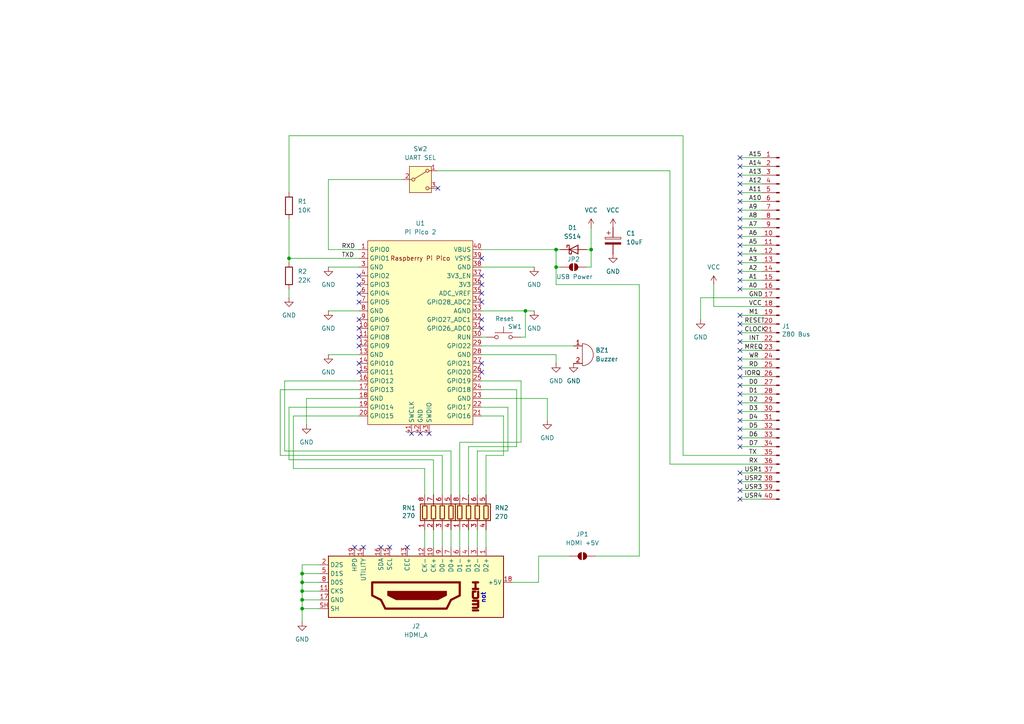
<source format=kicad_sch>
(kicad_sch
	(version 20231120)
	(generator "eeschema")
	(generator_version "8.0")
	(uuid "5726d86b-25fa-4584-93b6-3c22e7df30e6")
	(paper "A4")
	(title_block
		(title "aZ80 VDP")
		(date "2025-01-04")
		(rev "1.0")
		(company "Attraktor e.V.")
		(comment 1 "V1.0:  Serial Only Access")
	)
	(lib_symbols
		(symbol "Connector:HDMI_A"
			(exclude_from_sim no)
			(in_bom yes)
			(on_board yes)
			(property "Reference" "J"
				(at -6.35 26.67 0)
				(effects
					(font
						(size 1.27 1.27)
					)
				)
			)
			(property "Value" "HDMI_A"
				(at 10.16 26.67 0)
				(effects
					(font
						(size 1.27 1.27)
					)
				)
			)
			(property "Footprint" ""
				(at 0.635 0 0)
				(effects
					(font
						(size 1.27 1.27)
					)
					(hide yes)
				)
			)
			(property "Datasheet" "https://en.wikipedia.org/wiki/HDMI"
				(at 0.635 0 0)
				(effects
					(font
						(size 1.27 1.27)
					)
					(hide yes)
				)
			)
			(property "Description" "HDMI type A connector"
				(at 0 0 0)
				(effects
					(font
						(size 1.27 1.27)
					)
					(hide yes)
				)
			)
			(property "ki_keywords" "hdmi conn"
				(at 0 0 0)
				(effects
					(font
						(size 1.27 1.27)
					)
					(hide yes)
				)
			)
			(property "ki_fp_filters" "HDMI*A*"
				(at 0 0 0)
				(effects
					(font
						(size 1.27 1.27)
					)
					(hide yes)
				)
			)
			(symbol "HDMI_A_0_0"
				(polyline
					(pts
						(xy 8.128 16.51) (xy 8.128 18.034)
					)
					(stroke
						(width 0.635)
						(type default)
					)
					(fill
						(type none)
					)
				)
				(polyline
					(pts
						(xy 0 16.51) (xy 0 18.034) (xy 0 17.272) (xy 1.905 17.272) (xy 1.905 18.034) (xy 1.905 16.51)
					)
					(stroke
						(width 0.635)
						(type default)
					)
					(fill
						(type none)
					)
				)
				(polyline
					(pts
						(xy 2.667 18.034) (xy 4.318 18.034) (xy 4.572 17.78) (xy 4.572 16.764) (xy 4.318 16.51) (xy 2.667 16.51)
						(xy 2.667 17.272)
					)
					(stroke
						(width 0.635)
						(type default)
					)
					(fill
						(type none)
					)
				)
			)
			(symbol "HDMI_A_0_1"
				(rectangle
					(start -7.62 25.4)
					(end 10.16 -25.4)
					(stroke
						(width 0.254)
						(type default)
					)
					(fill
						(type background)
					)
				)
				(polyline
					(pts
						(xy 2.54 8.89) (xy 3.81 8.89) (xy 5.08 6.35) (xy 5.08 -5.715) (xy 3.81 -8.255) (xy 2.54 -8.255)
						(xy 2.54 8.89)
					)
					(stroke
						(width 0)
						(type default)
					)
					(fill
						(type outline)
					)
				)
				(polyline
					(pts
						(xy 5.334 16.51) (xy 5.334 18.034) (xy 6.35 18.034) (xy 6.35 16.51) (xy 6.35 18.034) (xy 7.112 18.034)
						(xy 7.366 17.78) (xy 7.366 16.51)
					)
					(stroke
						(width 0.635)
						(type default)
					)
					(fill
						(type none)
					)
				)
				(polyline
					(pts
						(xy 0 12.7) (xy 0 -12.7) (xy 3.81 -12.7) (xy 5.08 -10.16) (xy 7.62 -8.89) (xy 7.62 8.89) (xy 5.08 10.16)
						(xy 3.81 12.7) (xy 0 12.7)
					)
					(stroke
						(width 0.635)
						(type default)
					)
					(fill
						(type none)
					)
				)
			)
			(symbol "HDMI_A_1_1"
				(pin passive line
					(at -10.16 20.32 0)
					(length 2.54)
					(name "D2+"
						(effects
							(font
								(size 1.27 1.27)
							)
						)
					)
					(number "1"
						(effects
							(font
								(size 1.27 1.27)
							)
						)
					)
				)
				(pin passive line
					(at -10.16 5.08 0)
					(length 2.54)
					(name "CK+"
						(effects
							(font
								(size 1.27 1.27)
							)
						)
					)
					(number "10"
						(effects
							(font
								(size 1.27 1.27)
							)
						)
					)
				)
				(pin power_in line
					(at 2.54 -27.94 90)
					(length 2.54)
					(name "CKS"
						(effects
							(font
								(size 1.27 1.27)
							)
						)
					)
					(number "11"
						(effects
							(font
								(size 1.27 1.27)
							)
						)
					)
				)
				(pin passive line
					(at -10.16 2.54 0)
					(length 2.54)
					(name "CK-"
						(effects
							(font
								(size 1.27 1.27)
							)
						)
					)
					(number "12"
						(effects
							(font
								(size 1.27 1.27)
							)
						)
					)
				)
				(pin bidirectional line
					(at -10.16 -2.54 0)
					(length 2.54)
					(name "CEC"
						(effects
							(font
								(size 1.27 1.27)
							)
						)
					)
					(number "13"
						(effects
							(font
								(size 1.27 1.27)
							)
						)
					)
				)
				(pin passive line
					(at -10.16 -15.24 0)
					(length 2.54)
					(name "UTILITY"
						(effects
							(font
								(size 1.27 1.27)
							)
						)
					)
					(number "14"
						(effects
							(font
								(size 1.27 1.27)
							)
						)
					)
				)
				(pin passive line
					(at -10.16 -7.62 0)
					(length 2.54)
					(name "SCL"
						(effects
							(font
								(size 1.27 1.27)
							)
						)
					)
					(number "15"
						(effects
							(font
								(size 1.27 1.27)
							)
						)
					)
				)
				(pin bidirectional line
					(at -10.16 -10.16 0)
					(length 2.54)
					(name "SDA"
						(effects
							(font
								(size 1.27 1.27)
							)
						)
					)
					(number "16"
						(effects
							(font
								(size 1.27 1.27)
							)
						)
					)
				)
				(pin power_in line
					(at 5.08 -27.94 90)
					(length 2.54)
					(name "GND"
						(effects
							(font
								(size 1.27 1.27)
							)
						)
					)
					(number "17"
						(effects
							(font
								(size 1.27 1.27)
							)
						)
					)
				)
				(pin power_in line
					(at 0 27.94 270)
					(length 2.54)
					(name "+5V"
						(effects
							(font
								(size 1.27 1.27)
							)
						)
					)
					(number "18"
						(effects
							(font
								(size 1.27 1.27)
							)
						)
					)
				)
				(pin passive line
					(at -10.16 -17.78 0)
					(length 2.54)
					(name "HPD"
						(effects
							(font
								(size 1.27 1.27)
							)
						)
					)
					(number "19"
						(effects
							(font
								(size 1.27 1.27)
							)
						)
					)
				)
				(pin power_in line
					(at -5.08 -27.94 90)
					(length 2.54)
					(name "D2S"
						(effects
							(font
								(size 1.27 1.27)
							)
						)
					)
					(number "2"
						(effects
							(font
								(size 1.27 1.27)
							)
						)
					)
				)
				(pin passive line
					(at -10.16 17.78 0)
					(length 2.54)
					(name "D2-"
						(effects
							(font
								(size 1.27 1.27)
							)
						)
					)
					(number "3"
						(effects
							(font
								(size 1.27 1.27)
							)
						)
					)
				)
				(pin passive line
					(at -10.16 15.24 0)
					(length 2.54)
					(name "D1+"
						(effects
							(font
								(size 1.27 1.27)
							)
						)
					)
					(number "4"
						(effects
							(font
								(size 1.27 1.27)
							)
						)
					)
				)
				(pin power_in line
					(at -2.54 -27.94 90)
					(length 2.54)
					(name "D1S"
						(effects
							(font
								(size 1.27 1.27)
							)
						)
					)
					(number "5"
						(effects
							(font
								(size 1.27 1.27)
							)
						)
					)
				)
				(pin passive line
					(at -10.16 12.7 0)
					(length 2.54)
					(name "D1-"
						(effects
							(font
								(size 1.27 1.27)
							)
						)
					)
					(number "6"
						(effects
							(font
								(size 1.27 1.27)
							)
						)
					)
				)
				(pin passive line
					(at -10.16 10.16 0)
					(length 2.54)
					(name "D0+"
						(effects
							(font
								(size 1.27 1.27)
							)
						)
					)
					(number "7"
						(effects
							(font
								(size 1.27 1.27)
							)
						)
					)
				)
				(pin power_in line
					(at 0 -27.94 90)
					(length 2.54)
					(name "D0S"
						(effects
							(font
								(size 1.27 1.27)
							)
						)
					)
					(number "8"
						(effects
							(font
								(size 1.27 1.27)
							)
						)
					)
				)
				(pin passive line
					(at -10.16 7.62 0)
					(length 2.54)
					(name "D0-"
						(effects
							(font
								(size 1.27 1.27)
							)
						)
					)
					(number "9"
						(effects
							(font
								(size 1.27 1.27)
							)
						)
					)
				)
				(pin passive line
					(at 7.62 -27.94 90)
					(length 2.54)
					(name "SH"
						(effects
							(font
								(size 1.27 1.27)
							)
						)
					)
					(number "SH"
						(effects
							(font
								(size 1.27 1.27)
							)
						)
					)
				)
			)
		)
		(symbol "Device:Buzzer"
			(pin_names
				(offset 0.0254) hide)
			(exclude_from_sim no)
			(in_bom yes)
			(on_board yes)
			(property "Reference" "BZ"
				(at 3.81 1.27 0)
				(effects
					(font
						(size 1.27 1.27)
					)
					(justify left)
				)
			)
			(property "Value" "Buzzer"
				(at 3.81 -1.27 0)
				(effects
					(font
						(size 1.27 1.27)
					)
					(justify left)
				)
			)
			(property "Footprint" ""
				(at -0.635 2.54 90)
				(effects
					(font
						(size 1.27 1.27)
					)
					(hide yes)
				)
			)
			(property "Datasheet" "~"
				(at -0.635 2.54 90)
				(effects
					(font
						(size 1.27 1.27)
					)
					(hide yes)
				)
			)
			(property "Description" "Buzzer, polarized"
				(at 0 0 0)
				(effects
					(font
						(size 1.27 1.27)
					)
					(hide yes)
				)
			)
			(property "ki_keywords" "quartz resonator ceramic"
				(at 0 0 0)
				(effects
					(font
						(size 1.27 1.27)
					)
					(hide yes)
				)
			)
			(property "ki_fp_filters" "*Buzzer*"
				(at 0 0 0)
				(effects
					(font
						(size 1.27 1.27)
					)
					(hide yes)
				)
			)
			(symbol "Buzzer_0_1"
				(arc
					(start 0 -3.175)
					(mid 3.1612 0)
					(end 0 3.175)
					(stroke
						(width 0)
						(type default)
					)
					(fill
						(type none)
					)
				)
				(polyline
					(pts
						(xy -1.651 1.905) (xy -1.143 1.905)
					)
					(stroke
						(width 0)
						(type default)
					)
					(fill
						(type none)
					)
				)
				(polyline
					(pts
						(xy -1.397 2.159) (xy -1.397 1.651)
					)
					(stroke
						(width 0)
						(type default)
					)
					(fill
						(type none)
					)
				)
				(polyline
					(pts
						(xy 0 3.175) (xy 0 -3.175)
					)
					(stroke
						(width 0)
						(type default)
					)
					(fill
						(type none)
					)
				)
			)
			(symbol "Buzzer_1_1"
				(pin passive line
					(at -2.54 2.54 0)
					(length 2.54)
					(name "+"
						(effects
							(font
								(size 1.27 1.27)
							)
						)
					)
					(number "1"
						(effects
							(font
								(size 1.27 1.27)
							)
						)
					)
				)
				(pin passive line
					(at -2.54 -2.54 0)
					(length 2.54)
					(name "-"
						(effects
							(font
								(size 1.27 1.27)
							)
						)
					)
					(number "2"
						(effects
							(font
								(size 1.27 1.27)
							)
						)
					)
				)
			)
		)
		(symbol "Device:C_Polarized"
			(pin_numbers hide)
			(pin_names
				(offset 0.254)
			)
			(exclude_from_sim no)
			(in_bom yes)
			(on_board yes)
			(property "Reference" "C"
				(at 0.635 2.54 0)
				(effects
					(font
						(size 1.27 1.27)
					)
					(justify left)
				)
			)
			(property "Value" "C_Polarized"
				(at 0.635 -2.54 0)
				(effects
					(font
						(size 1.27 1.27)
					)
					(justify left)
				)
			)
			(property "Footprint" ""
				(at 0.9652 -3.81 0)
				(effects
					(font
						(size 1.27 1.27)
					)
					(hide yes)
				)
			)
			(property "Datasheet" "~"
				(at 0 0 0)
				(effects
					(font
						(size 1.27 1.27)
					)
					(hide yes)
				)
			)
			(property "Description" "Polarized capacitor"
				(at 0 0 0)
				(effects
					(font
						(size 1.27 1.27)
					)
					(hide yes)
				)
			)
			(property "ki_keywords" "cap capacitor"
				(at 0 0 0)
				(effects
					(font
						(size 1.27 1.27)
					)
					(hide yes)
				)
			)
			(property "ki_fp_filters" "CP_*"
				(at 0 0 0)
				(effects
					(font
						(size 1.27 1.27)
					)
					(hide yes)
				)
			)
			(symbol "C_Polarized_0_1"
				(rectangle
					(start -2.286 0.508)
					(end 2.286 1.016)
					(stroke
						(width 0)
						(type default)
					)
					(fill
						(type none)
					)
				)
				(polyline
					(pts
						(xy -1.778 2.286) (xy -0.762 2.286)
					)
					(stroke
						(width 0)
						(type default)
					)
					(fill
						(type none)
					)
				)
				(polyline
					(pts
						(xy -1.27 2.794) (xy -1.27 1.778)
					)
					(stroke
						(width 0)
						(type default)
					)
					(fill
						(type none)
					)
				)
				(rectangle
					(start 2.286 -0.508)
					(end -2.286 -1.016)
					(stroke
						(width 0)
						(type default)
					)
					(fill
						(type outline)
					)
				)
			)
			(symbol "C_Polarized_1_1"
				(pin passive line
					(at 0 3.81 270)
					(length 2.794)
					(name "~"
						(effects
							(font
								(size 1.27 1.27)
							)
						)
					)
					(number "1"
						(effects
							(font
								(size 1.27 1.27)
							)
						)
					)
				)
				(pin passive line
					(at 0 -3.81 90)
					(length 2.794)
					(name "~"
						(effects
							(font
								(size 1.27 1.27)
							)
						)
					)
					(number "2"
						(effects
							(font
								(size 1.27 1.27)
							)
						)
					)
				)
			)
		)
		(symbol "Device:D_Schottky"
			(pin_numbers hide)
			(pin_names
				(offset 1.016) hide)
			(exclude_from_sim no)
			(in_bom yes)
			(on_board yes)
			(property "Reference" "D"
				(at 0 2.54 0)
				(effects
					(font
						(size 1.27 1.27)
					)
				)
			)
			(property "Value" "D_Schottky"
				(at 0 -2.54 0)
				(effects
					(font
						(size 1.27 1.27)
					)
				)
			)
			(property "Footprint" ""
				(at 0 0 0)
				(effects
					(font
						(size 1.27 1.27)
					)
					(hide yes)
				)
			)
			(property "Datasheet" "~"
				(at 0 0 0)
				(effects
					(font
						(size 1.27 1.27)
					)
					(hide yes)
				)
			)
			(property "Description" "Schottky diode"
				(at 0 0 0)
				(effects
					(font
						(size 1.27 1.27)
					)
					(hide yes)
				)
			)
			(property "ki_keywords" "diode Schottky"
				(at 0 0 0)
				(effects
					(font
						(size 1.27 1.27)
					)
					(hide yes)
				)
			)
			(property "ki_fp_filters" "TO-???* *_Diode_* *SingleDiode* D_*"
				(at 0 0 0)
				(effects
					(font
						(size 1.27 1.27)
					)
					(hide yes)
				)
			)
			(symbol "D_Schottky_0_1"
				(polyline
					(pts
						(xy 1.27 0) (xy -1.27 0)
					)
					(stroke
						(width 0)
						(type default)
					)
					(fill
						(type none)
					)
				)
				(polyline
					(pts
						(xy 1.27 1.27) (xy 1.27 -1.27) (xy -1.27 0) (xy 1.27 1.27)
					)
					(stroke
						(width 0.254)
						(type default)
					)
					(fill
						(type none)
					)
				)
				(polyline
					(pts
						(xy -1.905 0.635) (xy -1.905 1.27) (xy -1.27 1.27) (xy -1.27 -1.27) (xy -0.635 -1.27) (xy -0.635 -0.635)
					)
					(stroke
						(width 0.254)
						(type default)
					)
					(fill
						(type none)
					)
				)
			)
			(symbol "D_Schottky_1_1"
				(pin passive line
					(at -3.81 0 0)
					(length 2.54)
					(name "K"
						(effects
							(font
								(size 1.27 1.27)
							)
						)
					)
					(number "1"
						(effects
							(font
								(size 1.27 1.27)
							)
						)
					)
				)
				(pin passive line
					(at 3.81 0 180)
					(length 2.54)
					(name "A"
						(effects
							(font
								(size 1.27 1.27)
							)
						)
					)
					(number "2"
						(effects
							(font
								(size 1.27 1.27)
							)
						)
					)
				)
			)
		)
		(symbol "Device:R"
			(pin_numbers hide)
			(pin_names
				(offset 0)
			)
			(exclude_from_sim no)
			(in_bom yes)
			(on_board yes)
			(property "Reference" "R"
				(at 2.032 0 90)
				(effects
					(font
						(size 1.27 1.27)
					)
				)
			)
			(property "Value" "R"
				(at 0 0 90)
				(effects
					(font
						(size 1.27 1.27)
					)
				)
			)
			(property "Footprint" ""
				(at -1.778 0 90)
				(effects
					(font
						(size 1.27 1.27)
					)
					(hide yes)
				)
			)
			(property "Datasheet" "~"
				(at 0 0 0)
				(effects
					(font
						(size 1.27 1.27)
					)
					(hide yes)
				)
			)
			(property "Description" "Resistor"
				(at 0 0 0)
				(effects
					(font
						(size 1.27 1.27)
					)
					(hide yes)
				)
			)
			(property "ki_keywords" "R res resistor"
				(at 0 0 0)
				(effects
					(font
						(size 1.27 1.27)
					)
					(hide yes)
				)
			)
			(property "ki_fp_filters" "R_*"
				(at 0 0 0)
				(effects
					(font
						(size 1.27 1.27)
					)
					(hide yes)
				)
			)
			(symbol "R_0_1"
				(rectangle
					(start -1.016 -2.54)
					(end 1.016 2.54)
					(stroke
						(width 0.254)
						(type default)
					)
					(fill
						(type none)
					)
				)
			)
			(symbol "R_1_1"
				(pin passive line
					(at 0 3.81 270)
					(length 1.27)
					(name "~"
						(effects
							(font
								(size 1.27 1.27)
							)
						)
					)
					(number "1"
						(effects
							(font
								(size 1.27 1.27)
							)
						)
					)
				)
				(pin passive line
					(at 0 -3.81 90)
					(length 1.27)
					(name "~"
						(effects
							(font
								(size 1.27 1.27)
							)
						)
					)
					(number "2"
						(effects
							(font
								(size 1.27 1.27)
							)
						)
					)
				)
			)
		)
		(symbol "Device:R_Pack04"
			(pin_names
				(offset 0) hide)
			(exclude_from_sim no)
			(in_bom yes)
			(on_board yes)
			(property "Reference" "RN"
				(at -7.62 0 90)
				(effects
					(font
						(size 1.27 1.27)
					)
				)
			)
			(property "Value" "R_Pack04"
				(at 5.08 0 90)
				(effects
					(font
						(size 1.27 1.27)
					)
				)
			)
			(property "Footprint" ""
				(at 6.985 0 90)
				(effects
					(font
						(size 1.27 1.27)
					)
					(hide yes)
				)
			)
			(property "Datasheet" "~"
				(at 0 0 0)
				(effects
					(font
						(size 1.27 1.27)
					)
					(hide yes)
				)
			)
			(property "Description" "4 resistor network, parallel topology"
				(at 0 0 0)
				(effects
					(font
						(size 1.27 1.27)
					)
					(hide yes)
				)
			)
			(property "ki_keywords" "R network parallel topology isolated"
				(at 0 0 0)
				(effects
					(font
						(size 1.27 1.27)
					)
					(hide yes)
				)
			)
			(property "ki_fp_filters" "DIP* SOIC* R*Array*Concave* R*Array*Convex* MSOP*"
				(at 0 0 0)
				(effects
					(font
						(size 1.27 1.27)
					)
					(hide yes)
				)
			)
			(symbol "R_Pack04_0_1"
				(rectangle
					(start -6.35 -2.413)
					(end 3.81 2.413)
					(stroke
						(width 0.254)
						(type default)
					)
					(fill
						(type background)
					)
				)
				(rectangle
					(start -5.715 1.905)
					(end -4.445 -1.905)
					(stroke
						(width 0.254)
						(type default)
					)
					(fill
						(type none)
					)
				)
				(rectangle
					(start -3.175 1.905)
					(end -1.905 -1.905)
					(stroke
						(width 0.254)
						(type default)
					)
					(fill
						(type none)
					)
				)
				(rectangle
					(start -0.635 1.905)
					(end 0.635 -1.905)
					(stroke
						(width 0.254)
						(type default)
					)
					(fill
						(type none)
					)
				)
				(polyline
					(pts
						(xy -5.08 -2.54) (xy -5.08 -1.905)
					)
					(stroke
						(width 0)
						(type default)
					)
					(fill
						(type none)
					)
				)
				(polyline
					(pts
						(xy -5.08 1.905) (xy -5.08 2.54)
					)
					(stroke
						(width 0)
						(type default)
					)
					(fill
						(type none)
					)
				)
				(polyline
					(pts
						(xy -2.54 -2.54) (xy -2.54 -1.905)
					)
					(stroke
						(width 0)
						(type default)
					)
					(fill
						(type none)
					)
				)
				(polyline
					(pts
						(xy -2.54 1.905) (xy -2.54 2.54)
					)
					(stroke
						(width 0)
						(type default)
					)
					(fill
						(type none)
					)
				)
				(polyline
					(pts
						(xy 0 -2.54) (xy 0 -1.905)
					)
					(stroke
						(width 0)
						(type default)
					)
					(fill
						(type none)
					)
				)
				(polyline
					(pts
						(xy 0 1.905) (xy 0 2.54)
					)
					(stroke
						(width 0)
						(type default)
					)
					(fill
						(type none)
					)
				)
				(polyline
					(pts
						(xy 2.54 -2.54) (xy 2.54 -1.905)
					)
					(stroke
						(width 0)
						(type default)
					)
					(fill
						(type none)
					)
				)
				(polyline
					(pts
						(xy 2.54 1.905) (xy 2.54 2.54)
					)
					(stroke
						(width 0)
						(type default)
					)
					(fill
						(type none)
					)
				)
				(rectangle
					(start 1.905 1.905)
					(end 3.175 -1.905)
					(stroke
						(width 0.254)
						(type default)
					)
					(fill
						(type none)
					)
				)
			)
			(symbol "R_Pack04_1_1"
				(pin passive line
					(at -5.08 -5.08 90)
					(length 2.54)
					(name "R1.1"
						(effects
							(font
								(size 1.27 1.27)
							)
						)
					)
					(number "1"
						(effects
							(font
								(size 1.27 1.27)
							)
						)
					)
				)
				(pin passive line
					(at -2.54 -5.08 90)
					(length 2.54)
					(name "R2.1"
						(effects
							(font
								(size 1.27 1.27)
							)
						)
					)
					(number "2"
						(effects
							(font
								(size 1.27 1.27)
							)
						)
					)
				)
				(pin passive line
					(at 0 -5.08 90)
					(length 2.54)
					(name "R3.1"
						(effects
							(font
								(size 1.27 1.27)
							)
						)
					)
					(number "3"
						(effects
							(font
								(size 1.27 1.27)
							)
						)
					)
				)
				(pin passive line
					(at 2.54 -5.08 90)
					(length 2.54)
					(name "R4.1"
						(effects
							(font
								(size 1.27 1.27)
							)
						)
					)
					(number "4"
						(effects
							(font
								(size 1.27 1.27)
							)
						)
					)
				)
				(pin passive line
					(at 2.54 5.08 270)
					(length 2.54)
					(name "R4.2"
						(effects
							(font
								(size 1.27 1.27)
							)
						)
					)
					(number "5"
						(effects
							(font
								(size 1.27 1.27)
							)
						)
					)
				)
				(pin passive line
					(at 0 5.08 270)
					(length 2.54)
					(name "R3.2"
						(effects
							(font
								(size 1.27 1.27)
							)
						)
					)
					(number "6"
						(effects
							(font
								(size 1.27 1.27)
							)
						)
					)
				)
				(pin passive line
					(at -2.54 5.08 270)
					(length 2.54)
					(name "R2.2"
						(effects
							(font
								(size 1.27 1.27)
							)
						)
					)
					(number "7"
						(effects
							(font
								(size 1.27 1.27)
							)
						)
					)
				)
				(pin passive line
					(at -5.08 5.08 270)
					(length 2.54)
					(name "R1.2"
						(effects
							(font
								(size 1.27 1.27)
							)
						)
					)
					(number "8"
						(effects
							(font
								(size 1.27 1.27)
							)
						)
					)
				)
			)
		)
		(symbol "Jumper:SolderJumper_2_Open"
			(pin_numbers hide)
			(pin_names
				(offset 0) hide)
			(exclude_from_sim yes)
			(in_bom no)
			(on_board yes)
			(property "Reference" "JP"
				(at 0 2.032 0)
				(effects
					(font
						(size 1.27 1.27)
					)
				)
			)
			(property "Value" "SolderJumper_2_Open"
				(at 0 -2.54 0)
				(effects
					(font
						(size 1.27 1.27)
					)
				)
			)
			(property "Footprint" ""
				(at 0 0 0)
				(effects
					(font
						(size 1.27 1.27)
					)
					(hide yes)
				)
			)
			(property "Datasheet" "~"
				(at 0 0 0)
				(effects
					(font
						(size 1.27 1.27)
					)
					(hide yes)
				)
			)
			(property "Description" "Solder Jumper, 2-pole, open"
				(at 0 0 0)
				(effects
					(font
						(size 1.27 1.27)
					)
					(hide yes)
				)
			)
			(property "ki_keywords" "solder jumper SPST"
				(at 0 0 0)
				(effects
					(font
						(size 1.27 1.27)
					)
					(hide yes)
				)
			)
			(property "ki_fp_filters" "SolderJumper*Open*"
				(at 0 0 0)
				(effects
					(font
						(size 1.27 1.27)
					)
					(hide yes)
				)
			)
			(symbol "SolderJumper_2_Open_0_1"
				(arc
					(start -0.254 1.016)
					(mid -1.2656 0)
					(end -0.254 -1.016)
					(stroke
						(width 0)
						(type default)
					)
					(fill
						(type none)
					)
				)
				(arc
					(start -0.254 1.016)
					(mid -1.2656 0)
					(end -0.254 -1.016)
					(stroke
						(width 0)
						(type default)
					)
					(fill
						(type outline)
					)
				)
				(polyline
					(pts
						(xy -0.254 1.016) (xy -0.254 -1.016)
					)
					(stroke
						(width 0)
						(type default)
					)
					(fill
						(type none)
					)
				)
				(polyline
					(pts
						(xy 0.254 1.016) (xy 0.254 -1.016)
					)
					(stroke
						(width 0)
						(type default)
					)
					(fill
						(type none)
					)
				)
				(arc
					(start 0.254 -1.016)
					(mid 1.2656 0)
					(end 0.254 1.016)
					(stroke
						(width 0)
						(type default)
					)
					(fill
						(type none)
					)
				)
				(arc
					(start 0.254 -1.016)
					(mid 1.2656 0)
					(end 0.254 1.016)
					(stroke
						(width 0)
						(type default)
					)
					(fill
						(type outline)
					)
				)
			)
			(symbol "SolderJumper_2_Open_1_1"
				(pin passive line
					(at -3.81 0 0)
					(length 2.54)
					(name "A"
						(effects
							(font
								(size 1.27 1.27)
							)
						)
					)
					(number "1"
						(effects
							(font
								(size 1.27 1.27)
							)
						)
					)
				)
				(pin passive line
					(at 3.81 0 180)
					(length 2.54)
					(name "B"
						(effects
							(font
								(size 1.27 1.27)
							)
						)
					)
					(number "2"
						(effects
							(font
								(size 1.27 1.27)
							)
						)
					)
				)
			)
		)
		(symbol "Pi Pico:Pico"
			(exclude_from_sim no)
			(in_bom yes)
			(on_board yes)
			(property "Reference" "U"
				(at -13.97 27.94 0)
				(effects
					(font
						(size 1.27 1.27)
					)
				)
			)
			(property "Value" "Pico"
				(at 0 19.05 0)
				(effects
					(font
						(size 1.27 1.27)
					)
				)
			)
			(property "Footprint" "RPi_Pico:RPi_Pico_SMD_TH"
				(at 0 0 90)
				(effects
					(font
						(size 1.27 1.27)
					)
					(hide yes)
				)
			)
			(property "Datasheet" ""
				(at 0 0 0)
				(effects
					(font
						(size 1.27 1.27)
					)
					(hide yes)
				)
			)
			(property "Description" ""
				(at 0 0 0)
				(effects
					(font
						(size 1.27 1.27)
					)
					(hide yes)
				)
			)
			(symbol "Pico_0_0"
				(text "Raspberry Pi Pico"
					(at 0 21.59 0)
					(effects
						(font
							(size 1.27 1.27)
						)
					)
				)
			)
			(symbol "Pico_0_1"
				(rectangle
					(start -15.24 26.67)
					(end 15.24 -26.67)
					(stroke
						(width 0)
						(type default)
					)
					(fill
						(type background)
					)
				)
			)
			(symbol "Pico_1_1"
				(pin bidirectional line
					(at -17.78 24.13 0)
					(length 2.54)
					(name "GPIO0"
						(effects
							(font
								(size 1.27 1.27)
							)
						)
					)
					(number "1"
						(effects
							(font
								(size 1.27 1.27)
							)
						)
					)
				)
				(pin bidirectional line
					(at -17.78 1.27 0)
					(length 2.54)
					(name "GPIO7"
						(effects
							(font
								(size 1.27 1.27)
							)
						)
					)
					(number "10"
						(effects
							(font
								(size 1.27 1.27)
							)
						)
					)
				)
				(pin bidirectional line
					(at -17.78 -1.27 0)
					(length 2.54)
					(name "GPIO8"
						(effects
							(font
								(size 1.27 1.27)
							)
						)
					)
					(number "11"
						(effects
							(font
								(size 1.27 1.27)
							)
						)
					)
				)
				(pin bidirectional line
					(at -17.78 -3.81 0)
					(length 2.54)
					(name "GPIO9"
						(effects
							(font
								(size 1.27 1.27)
							)
						)
					)
					(number "12"
						(effects
							(font
								(size 1.27 1.27)
							)
						)
					)
				)
				(pin power_in line
					(at -17.78 -6.35 0)
					(length 2.54)
					(name "GND"
						(effects
							(font
								(size 1.27 1.27)
							)
						)
					)
					(number "13"
						(effects
							(font
								(size 1.27 1.27)
							)
						)
					)
				)
				(pin bidirectional line
					(at -17.78 -8.89 0)
					(length 2.54)
					(name "GPIO10"
						(effects
							(font
								(size 1.27 1.27)
							)
						)
					)
					(number "14"
						(effects
							(font
								(size 1.27 1.27)
							)
						)
					)
				)
				(pin bidirectional line
					(at -17.78 -11.43 0)
					(length 2.54)
					(name "GPIO11"
						(effects
							(font
								(size 1.27 1.27)
							)
						)
					)
					(number "15"
						(effects
							(font
								(size 1.27 1.27)
							)
						)
					)
				)
				(pin bidirectional line
					(at -17.78 -13.97 0)
					(length 2.54)
					(name "GPIO12"
						(effects
							(font
								(size 1.27 1.27)
							)
						)
					)
					(number "16"
						(effects
							(font
								(size 1.27 1.27)
							)
						)
					)
				)
				(pin bidirectional line
					(at -17.78 -16.51 0)
					(length 2.54)
					(name "GPIO13"
						(effects
							(font
								(size 1.27 1.27)
							)
						)
					)
					(number "17"
						(effects
							(font
								(size 1.27 1.27)
							)
						)
					)
				)
				(pin power_in line
					(at -17.78 -19.05 0)
					(length 2.54)
					(name "GND"
						(effects
							(font
								(size 1.27 1.27)
							)
						)
					)
					(number "18"
						(effects
							(font
								(size 1.27 1.27)
							)
						)
					)
				)
				(pin bidirectional line
					(at -17.78 -21.59 0)
					(length 2.54)
					(name "GPIO14"
						(effects
							(font
								(size 1.27 1.27)
							)
						)
					)
					(number "19"
						(effects
							(font
								(size 1.27 1.27)
							)
						)
					)
				)
				(pin bidirectional line
					(at -17.78 21.59 0)
					(length 2.54)
					(name "GPIO1"
						(effects
							(font
								(size 1.27 1.27)
							)
						)
					)
					(number "2"
						(effects
							(font
								(size 1.27 1.27)
							)
						)
					)
				)
				(pin bidirectional line
					(at -17.78 -24.13 0)
					(length 2.54)
					(name "GPIO15"
						(effects
							(font
								(size 1.27 1.27)
							)
						)
					)
					(number "20"
						(effects
							(font
								(size 1.27 1.27)
							)
						)
					)
				)
				(pin bidirectional line
					(at 17.78 -24.13 180)
					(length 2.54)
					(name "GPIO16"
						(effects
							(font
								(size 1.27 1.27)
							)
						)
					)
					(number "21"
						(effects
							(font
								(size 1.27 1.27)
							)
						)
					)
				)
				(pin bidirectional line
					(at 17.78 -21.59 180)
					(length 2.54)
					(name "GPIO17"
						(effects
							(font
								(size 1.27 1.27)
							)
						)
					)
					(number "22"
						(effects
							(font
								(size 1.27 1.27)
							)
						)
					)
				)
				(pin power_in line
					(at 17.78 -19.05 180)
					(length 2.54)
					(name "GND"
						(effects
							(font
								(size 1.27 1.27)
							)
						)
					)
					(number "23"
						(effects
							(font
								(size 1.27 1.27)
							)
						)
					)
				)
				(pin bidirectional line
					(at 17.78 -16.51 180)
					(length 2.54)
					(name "GPIO18"
						(effects
							(font
								(size 1.27 1.27)
							)
						)
					)
					(number "24"
						(effects
							(font
								(size 1.27 1.27)
							)
						)
					)
				)
				(pin bidirectional line
					(at 17.78 -13.97 180)
					(length 2.54)
					(name "GPIO19"
						(effects
							(font
								(size 1.27 1.27)
							)
						)
					)
					(number "25"
						(effects
							(font
								(size 1.27 1.27)
							)
						)
					)
				)
				(pin bidirectional line
					(at 17.78 -11.43 180)
					(length 2.54)
					(name "GPIO20"
						(effects
							(font
								(size 1.27 1.27)
							)
						)
					)
					(number "26"
						(effects
							(font
								(size 1.27 1.27)
							)
						)
					)
				)
				(pin bidirectional line
					(at 17.78 -8.89 180)
					(length 2.54)
					(name "GPIO21"
						(effects
							(font
								(size 1.27 1.27)
							)
						)
					)
					(number "27"
						(effects
							(font
								(size 1.27 1.27)
							)
						)
					)
				)
				(pin power_in line
					(at 17.78 -6.35 180)
					(length 2.54)
					(name "GND"
						(effects
							(font
								(size 1.27 1.27)
							)
						)
					)
					(number "28"
						(effects
							(font
								(size 1.27 1.27)
							)
						)
					)
				)
				(pin bidirectional line
					(at 17.78 -3.81 180)
					(length 2.54)
					(name "GPIO22"
						(effects
							(font
								(size 1.27 1.27)
							)
						)
					)
					(number "29"
						(effects
							(font
								(size 1.27 1.27)
							)
						)
					)
				)
				(pin power_in line
					(at -17.78 19.05 0)
					(length 2.54)
					(name "GND"
						(effects
							(font
								(size 1.27 1.27)
							)
						)
					)
					(number "3"
						(effects
							(font
								(size 1.27 1.27)
							)
						)
					)
				)
				(pin input line
					(at 17.78 -1.27 180)
					(length 2.54)
					(name "RUN"
						(effects
							(font
								(size 1.27 1.27)
							)
						)
					)
					(number "30"
						(effects
							(font
								(size 1.27 1.27)
							)
						)
					)
				)
				(pin bidirectional line
					(at 17.78 1.27 180)
					(length 2.54)
					(name "GPIO26_ADC0"
						(effects
							(font
								(size 1.27 1.27)
							)
						)
					)
					(number "31"
						(effects
							(font
								(size 1.27 1.27)
							)
						)
					)
				)
				(pin bidirectional line
					(at 17.78 3.81 180)
					(length 2.54)
					(name "GPIO27_ADC1"
						(effects
							(font
								(size 1.27 1.27)
							)
						)
					)
					(number "32"
						(effects
							(font
								(size 1.27 1.27)
							)
						)
					)
				)
				(pin power_in line
					(at 17.78 6.35 180)
					(length 2.54)
					(name "AGND"
						(effects
							(font
								(size 1.27 1.27)
							)
						)
					)
					(number "33"
						(effects
							(font
								(size 1.27 1.27)
							)
						)
					)
				)
				(pin bidirectional line
					(at 17.78 8.89 180)
					(length 2.54)
					(name "GPIO28_ADC2"
						(effects
							(font
								(size 1.27 1.27)
							)
						)
					)
					(number "34"
						(effects
							(font
								(size 1.27 1.27)
							)
						)
					)
				)
				(pin power_in line
					(at 17.78 11.43 180)
					(length 2.54)
					(name "ADC_VREF"
						(effects
							(font
								(size 1.27 1.27)
							)
						)
					)
					(number "35"
						(effects
							(font
								(size 1.27 1.27)
							)
						)
					)
				)
				(pin power_in line
					(at 17.78 13.97 180)
					(length 2.54)
					(name "3V3"
						(effects
							(font
								(size 1.27 1.27)
							)
						)
					)
					(number "36"
						(effects
							(font
								(size 1.27 1.27)
							)
						)
					)
				)
				(pin input line
					(at 17.78 16.51 180)
					(length 2.54)
					(name "3V3_EN"
						(effects
							(font
								(size 1.27 1.27)
							)
						)
					)
					(number "37"
						(effects
							(font
								(size 1.27 1.27)
							)
						)
					)
				)
				(pin bidirectional line
					(at 17.78 19.05 180)
					(length 2.54)
					(name "GND"
						(effects
							(font
								(size 1.27 1.27)
							)
						)
					)
					(number "38"
						(effects
							(font
								(size 1.27 1.27)
							)
						)
					)
				)
				(pin power_in line
					(at 17.78 21.59 180)
					(length 2.54)
					(name "VSYS"
						(effects
							(font
								(size 1.27 1.27)
							)
						)
					)
					(number "39"
						(effects
							(font
								(size 1.27 1.27)
							)
						)
					)
				)
				(pin bidirectional line
					(at -17.78 16.51 0)
					(length 2.54)
					(name "GPIO2"
						(effects
							(font
								(size 1.27 1.27)
							)
						)
					)
					(number "4"
						(effects
							(font
								(size 1.27 1.27)
							)
						)
					)
				)
				(pin power_in line
					(at 17.78 24.13 180)
					(length 2.54)
					(name "VBUS"
						(effects
							(font
								(size 1.27 1.27)
							)
						)
					)
					(number "40"
						(effects
							(font
								(size 1.27 1.27)
							)
						)
					)
				)
				(pin input line
					(at -2.54 -29.21 90)
					(length 2.54)
					(name "SWCLK"
						(effects
							(font
								(size 1.27 1.27)
							)
						)
					)
					(number "41"
						(effects
							(font
								(size 1.27 1.27)
							)
						)
					)
				)
				(pin power_in line
					(at 0 -29.21 90)
					(length 2.54)
					(name "GND"
						(effects
							(font
								(size 1.27 1.27)
							)
						)
					)
					(number "42"
						(effects
							(font
								(size 1.27 1.27)
							)
						)
					)
				)
				(pin bidirectional line
					(at 2.54 -29.21 90)
					(length 2.54)
					(name "SWDIO"
						(effects
							(font
								(size 1.27 1.27)
							)
						)
					)
					(number "43"
						(effects
							(font
								(size 1.27 1.27)
							)
						)
					)
				)
				(pin bidirectional line
					(at -17.78 13.97 0)
					(length 2.54)
					(name "GPIO3"
						(effects
							(font
								(size 1.27 1.27)
							)
						)
					)
					(number "5"
						(effects
							(font
								(size 1.27 1.27)
							)
						)
					)
				)
				(pin bidirectional line
					(at -17.78 11.43 0)
					(length 2.54)
					(name "GPIO4"
						(effects
							(font
								(size 1.27 1.27)
							)
						)
					)
					(number "6"
						(effects
							(font
								(size 1.27 1.27)
							)
						)
					)
				)
				(pin bidirectional line
					(at -17.78 8.89 0)
					(length 2.54)
					(name "GPIO5"
						(effects
							(font
								(size 1.27 1.27)
							)
						)
					)
					(number "7"
						(effects
							(font
								(size 1.27 1.27)
							)
						)
					)
				)
				(pin power_in line
					(at -17.78 6.35 0)
					(length 2.54)
					(name "GND"
						(effects
							(font
								(size 1.27 1.27)
							)
						)
					)
					(number "8"
						(effects
							(font
								(size 1.27 1.27)
							)
						)
					)
				)
				(pin bidirectional line
					(at -17.78 3.81 0)
					(length 2.54)
					(name "GPIO6"
						(effects
							(font
								(size 1.27 1.27)
							)
						)
					)
					(number "9"
						(effects
							(font
								(size 1.27 1.27)
							)
						)
					)
				)
			)
		)
		(symbol "Switch:SW_Push"
			(pin_numbers hide)
			(pin_names
				(offset 1.016) hide)
			(exclude_from_sim no)
			(in_bom yes)
			(on_board yes)
			(property "Reference" "SW"
				(at 1.27 2.54 0)
				(effects
					(font
						(size 1.27 1.27)
					)
					(justify left)
				)
			)
			(property "Value" "SW_Push"
				(at 0 -1.524 0)
				(effects
					(font
						(size 1.27 1.27)
					)
				)
			)
			(property "Footprint" ""
				(at 0 5.08 0)
				(effects
					(font
						(size 1.27 1.27)
					)
					(hide yes)
				)
			)
			(property "Datasheet" "~"
				(at 0 5.08 0)
				(effects
					(font
						(size 1.27 1.27)
					)
					(hide yes)
				)
			)
			(property "Description" "Push button switch, generic, two pins"
				(at 0 0 0)
				(effects
					(font
						(size 1.27 1.27)
					)
					(hide yes)
				)
			)
			(property "ki_keywords" "switch normally-open pushbutton push-button"
				(at 0 0 0)
				(effects
					(font
						(size 1.27 1.27)
					)
					(hide yes)
				)
			)
			(symbol "SW_Push_0_1"
				(circle
					(center -2.032 0)
					(radius 0.508)
					(stroke
						(width 0)
						(type default)
					)
					(fill
						(type none)
					)
				)
				(polyline
					(pts
						(xy 0 1.27) (xy 0 3.048)
					)
					(stroke
						(width 0)
						(type default)
					)
					(fill
						(type none)
					)
				)
				(polyline
					(pts
						(xy 2.54 1.27) (xy -2.54 1.27)
					)
					(stroke
						(width 0)
						(type default)
					)
					(fill
						(type none)
					)
				)
				(circle
					(center 2.032 0)
					(radius 0.508)
					(stroke
						(width 0)
						(type default)
					)
					(fill
						(type none)
					)
				)
				(pin passive line
					(at -5.08 0 0)
					(length 2.54)
					(name "1"
						(effects
							(font
								(size 1.27 1.27)
							)
						)
					)
					(number "1"
						(effects
							(font
								(size 1.27 1.27)
							)
						)
					)
				)
				(pin passive line
					(at 5.08 0 180)
					(length 2.54)
					(name "2"
						(effects
							(font
								(size 1.27 1.27)
							)
						)
					)
					(number "2"
						(effects
							(font
								(size 1.27 1.27)
							)
						)
					)
				)
			)
		)
		(symbol "Switch:SW_SPDT"
			(pin_names
				(offset 0) hide)
			(exclude_from_sim no)
			(in_bom yes)
			(on_board yes)
			(property "Reference" "SW"
				(at 0 5.08 0)
				(effects
					(font
						(size 1.27 1.27)
					)
				)
			)
			(property "Value" "SW_SPDT"
				(at 0 -5.08 0)
				(effects
					(font
						(size 1.27 1.27)
					)
				)
			)
			(property "Footprint" ""
				(at 0 0 0)
				(effects
					(font
						(size 1.27 1.27)
					)
					(hide yes)
				)
			)
			(property "Datasheet" "~"
				(at 0 -7.62 0)
				(effects
					(font
						(size 1.27 1.27)
					)
					(hide yes)
				)
			)
			(property "Description" "Switch, single pole double throw"
				(at 0 0 0)
				(effects
					(font
						(size 1.27 1.27)
					)
					(hide yes)
				)
			)
			(property "ki_keywords" "switch single-pole double-throw spdt ON-ON"
				(at 0 0 0)
				(effects
					(font
						(size 1.27 1.27)
					)
					(hide yes)
				)
			)
			(symbol "SW_SPDT_0_1"
				(circle
					(center -2.032 0)
					(radius 0.4572)
					(stroke
						(width 0)
						(type default)
					)
					(fill
						(type none)
					)
				)
				(polyline
					(pts
						(xy -1.651 0.254) (xy 1.651 2.286)
					)
					(stroke
						(width 0)
						(type default)
					)
					(fill
						(type none)
					)
				)
				(circle
					(center 2.032 -2.54)
					(radius 0.4572)
					(stroke
						(width 0)
						(type default)
					)
					(fill
						(type none)
					)
				)
				(circle
					(center 2.032 2.54)
					(radius 0.4572)
					(stroke
						(width 0)
						(type default)
					)
					(fill
						(type none)
					)
				)
			)
			(symbol "SW_SPDT_1_1"
				(rectangle
					(start -3.175 3.81)
					(end 3.175 -3.81)
					(stroke
						(width 0)
						(type default)
					)
					(fill
						(type background)
					)
				)
				(pin passive line
					(at 5.08 2.54 180)
					(length 2.54)
					(name "A"
						(effects
							(font
								(size 1.27 1.27)
							)
						)
					)
					(number "1"
						(effects
							(font
								(size 1.27 1.27)
							)
						)
					)
				)
				(pin passive line
					(at -5.08 0 0)
					(length 2.54)
					(name "B"
						(effects
							(font
								(size 1.27 1.27)
							)
						)
					)
					(number "2"
						(effects
							(font
								(size 1.27 1.27)
							)
						)
					)
				)
				(pin passive line
					(at 5.08 -2.54 180)
					(length 2.54)
					(name "C"
						(effects
							(font
								(size 1.27 1.27)
							)
						)
					)
					(number "3"
						(effects
							(font
								(size 1.27 1.27)
							)
						)
					)
				)
			)
		)
		(symbol "aZ80_Template-rescue:Conn_01x40_Male-Connector"
			(pin_names
				(offset 1.016) hide)
			(exclude_from_sim no)
			(in_bom yes)
			(on_board yes)
			(property "Reference" "J"
				(at 0 50.8 0)
				(effects
					(font
						(size 1.27 1.27)
					)
				)
			)
			(property "Value" "Connector_Conn_01x40_Male"
				(at 0 -53.34 0)
				(effects
					(font
						(size 1.27 1.27)
					)
				)
			)
			(property "Footprint" ""
				(at 0 0 0)
				(effects
					(font
						(size 1.27 1.27)
					)
					(hide yes)
				)
			)
			(property "Datasheet" ""
				(at 0 0 0)
				(effects
					(font
						(size 1.27 1.27)
					)
					(hide yes)
				)
			)
			(property "Description" ""
				(at 0 0 0)
				(effects
					(font
						(size 1.27 1.27)
					)
					(hide yes)
				)
			)
			(property "ki_fp_filters" "Connector*:*_1x??_*"
				(at 0 0 0)
				(effects
					(font
						(size 1.27 1.27)
					)
					(hide yes)
				)
			)
			(symbol "Conn_01x40_Male-Connector_1_1"
				(polyline
					(pts
						(xy 1.27 -50.8) (xy 0.8636 -50.8)
					)
					(stroke
						(width 0.1524)
						(type solid)
					)
					(fill
						(type none)
					)
				)
				(polyline
					(pts
						(xy 1.27 -48.26) (xy 0.8636 -48.26)
					)
					(stroke
						(width 0.1524)
						(type solid)
					)
					(fill
						(type none)
					)
				)
				(polyline
					(pts
						(xy 1.27 -45.72) (xy 0.8636 -45.72)
					)
					(stroke
						(width 0.1524)
						(type solid)
					)
					(fill
						(type none)
					)
				)
				(polyline
					(pts
						(xy 1.27 -43.18) (xy 0.8636 -43.18)
					)
					(stroke
						(width 0.1524)
						(type solid)
					)
					(fill
						(type none)
					)
				)
				(polyline
					(pts
						(xy 1.27 -40.64) (xy 0.8636 -40.64)
					)
					(stroke
						(width 0.1524)
						(type solid)
					)
					(fill
						(type none)
					)
				)
				(polyline
					(pts
						(xy 1.27 -38.1) (xy 0.8636 -38.1)
					)
					(stroke
						(width 0.1524)
						(type solid)
					)
					(fill
						(type none)
					)
				)
				(polyline
					(pts
						(xy 1.27 -35.56) (xy 0.8636 -35.56)
					)
					(stroke
						(width 0.1524)
						(type solid)
					)
					(fill
						(type none)
					)
				)
				(polyline
					(pts
						(xy 1.27 -33.02) (xy 0.8636 -33.02)
					)
					(stroke
						(width 0.1524)
						(type solid)
					)
					(fill
						(type none)
					)
				)
				(polyline
					(pts
						(xy 1.27 -30.48) (xy 0.8636 -30.48)
					)
					(stroke
						(width 0.1524)
						(type solid)
					)
					(fill
						(type none)
					)
				)
				(polyline
					(pts
						(xy 1.27 -27.94) (xy 0.8636 -27.94)
					)
					(stroke
						(width 0.1524)
						(type solid)
					)
					(fill
						(type none)
					)
				)
				(polyline
					(pts
						(xy 1.27 -25.4) (xy 0.8636 -25.4)
					)
					(stroke
						(width 0.1524)
						(type solid)
					)
					(fill
						(type none)
					)
				)
				(polyline
					(pts
						(xy 1.27 -22.86) (xy 0.8636 -22.86)
					)
					(stroke
						(width 0.1524)
						(type solid)
					)
					(fill
						(type none)
					)
				)
				(polyline
					(pts
						(xy 1.27 -20.32) (xy 0.8636 -20.32)
					)
					(stroke
						(width 0.1524)
						(type solid)
					)
					(fill
						(type none)
					)
				)
				(polyline
					(pts
						(xy 1.27 -17.78) (xy 0.8636 -17.78)
					)
					(stroke
						(width 0.1524)
						(type solid)
					)
					(fill
						(type none)
					)
				)
				(polyline
					(pts
						(xy 1.27 -15.24) (xy 0.8636 -15.24)
					)
					(stroke
						(width 0.1524)
						(type solid)
					)
					(fill
						(type none)
					)
				)
				(polyline
					(pts
						(xy 1.27 -12.7) (xy 0.8636 -12.7)
					)
					(stroke
						(width 0.1524)
						(type solid)
					)
					(fill
						(type none)
					)
				)
				(polyline
					(pts
						(xy 1.27 -10.16) (xy 0.8636 -10.16)
					)
					(stroke
						(width 0.1524)
						(type solid)
					)
					(fill
						(type none)
					)
				)
				(polyline
					(pts
						(xy 1.27 -7.62) (xy 0.8636 -7.62)
					)
					(stroke
						(width 0.1524)
						(type solid)
					)
					(fill
						(type none)
					)
				)
				(polyline
					(pts
						(xy 1.27 -5.08) (xy 0.8636 -5.08)
					)
					(stroke
						(width 0.1524)
						(type solid)
					)
					(fill
						(type none)
					)
				)
				(polyline
					(pts
						(xy 1.27 -2.54) (xy 0.8636 -2.54)
					)
					(stroke
						(width 0.1524)
						(type solid)
					)
					(fill
						(type none)
					)
				)
				(polyline
					(pts
						(xy 1.27 0) (xy 0.8636 0)
					)
					(stroke
						(width 0.1524)
						(type solid)
					)
					(fill
						(type none)
					)
				)
				(polyline
					(pts
						(xy 1.27 2.54) (xy 0.8636 2.54)
					)
					(stroke
						(width 0.1524)
						(type solid)
					)
					(fill
						(type none)
					)
				)
				(polyline
					(pts
						(xy 1.27 5.08) (xy 0.8636 5.08)
					)
					(stroke
						(width 0.1524)
						(type solid)
					)
					(fill
						(type none)
					)
				)
				(polyline
					(pts
						(xy 1.27 7.62) (xy 0.8636 7.62)
					)
					(stroke
						(width 0.1524)
						(type solid)
					)
					(fill
						(type none)
					)
				)
				(polyline
					(pts
						(xy 1.27 10.16) (xy 0.8636 10.16)
					)
					(stroke
						(width 0.1524)
						(type solid)
					)
					(fill
						(type none)
					)
				)
				(polyline
					(pts
						(xy 1.27 12.7) (xy 0.8636 12.7)
					)
					(stroke
						(width 0.1524)
						(type solid)
					)
					(fill
						(type none)
					)
				)
				(polyline
					(pts
						(xy 1.27 15.24) (xy 0.8636 15.24)
					)
					(stroke
						(width 0.1524)
						(type solid)
					)
					(fill
						(type none)
					)
				)
				(polyline
					(pts
						(xy 1.27 17.78) (xy 0.8636 17.78)
					)
					(stroke
						(width 0.1524)
						(type solid)
					)
					(fill
						(type none)
					)
				)
				(polyline
					(pts
						(xy 1.27 20.32) (xy 0.8636 20.32)
					)
					(stroke
						(width 0.1524)
						(type solid)
					)
					(fill
						(type none)
					)
				)
				(polyline
					(pts
						(xy 1.27 22.86) (xy 0.8636 22.86)
					)
					(stroke
						(width 0.1524)
						(type solid)
					)
					(fill
						(type none)
					)
				)
				(polyline
					(pts
						(xy 1.27 25.4) (xy 0.8636 25.4)
					)
					(stroke
						(width 0.1524)
						(type solid)
					)
					(fill
						(type none)
					)
				)
				(polyline
					(pts
						(xy 1.27 27.94) (xy 0.8636 27.94)
					)
					(stroke
						(width 0.1524)
						(type solid)
					)
					(fill
						(type none)
					)
				)
				(polyline
					(pts
						(xy 1.27 30.48) (xy 0.8636 30.48)
					)
					(stroke
						(width 0.1524)
						(type solid)
					)
					(fill
						(type none)
					)
				)
				(polyline
					(pts
						(xy 1.27 33.02) (xy 0.8636 33.02)
					)
					(stroke
						(width 0.1524)
						(type solid)
					)
					(fill
						(type none)
					)
				)
				(polyline
					(pts
						(xy 1.27 35.56) (xy 0.8636 35.56)
					)
					(stroke
						(width 0.1524)
						(type solid)
					)
					(fill
						(type none)
					)
				)
				(polyline
					(pts
						(xy 1.27 38.1) (xy 0.8636 38.1)
					)
					(stroke
						(width 0.1524)
						(type solid)
					)
					(fill
						(type none)
					)
				)
				(polyline
					(pts
						(xy 1.27 40.64) (xy 0.8636 40.64)
					)
					(stroke
						(width 0.1524)
						(type solid)
					)
					(fill
						(type none)
					)
				)
				(polyline
					(pts
						(xy 1.27 43.18) (xy 0.8636 43.18)
					)
					(stroke
						(width 0.1524)
						(type solid)
					)
					(fill
						(type none)
					)
				)
				(polyline
					(pts
						(xy 1.27 45.72) (xy 0.8636 45.72)
					)
					(stroke
						(width 0.1524)
						(type solid)
					)
					(fill
						(type none)
					)
				)
				(polyline
					(pts
						(xy 1.27 48.26) (xy 0.8636 48.26)
					)
					(stroke
						(width 0.1524)
						(type solid)
					)
					(fill
						(type none)
					)
				)
				(rectangle
					(start 0.8636 -50.673)
					(end 0 -50.927)
					(stroke
						(width 0.1524)
						(type solid)
					)
					(fill
						(type outline)
					)
				)
				(rectangle
					(start 0.8636 -48.133)
					(end 0 -48.387)
					(stroke
						(width 0.1524)
						(type solid)
					)
					(fill
						(type outline)
					)
				)
				(rectangle
					(start 0.8636 -45.593)
					(end 0 -45.847)
					(stroke
						(width 0.1524)
						(type solid)
					)
					(fill
						(type outline)
					)
				)
				(rectangle
					(start 0.8636 -43.053)
					(end 0 -43.307)
					(stroke
						(width 0.1524)
						(type solid)
					)
					(fill
						(type outline)
					)
				)
				(rectangle
					(start 0.8636 -40.513)
					(end 0 -40.767)
					(stroke
						(width 0.1524)
						(type solid)
					)
					(fill
						(type outline)
					)
				)
				(rectangle
					(start 0.8636 -37.973)
					(end 0 -38.227)
					(stroke
						(width 0.1524)
						(type solid)
					)
					(fill
						(type outline)
					)
				)
				(rectangle
					(start 0.8636 -35.433)
					(end 0 -35.687)
					(stroke
						(width 0.1524)
						(type solid)
					)
					(fill
						(type outline)
					)
				)
				(rectangle
					(start 0.8636 -32.893)
					(end 0 -33.147)
					(stroke
						(width 0.1524)
						(type solid)
					)
					(fill
						(type outline)
					)
				)
				(rectangle
					(start 0.8636 -30.353)
					(end 0 -30.607)
					(stroke
						(width 0.1524)
						(type solid)
					)
					(fill
						(type outline)
					)
				)
				(rectangle
					(start 0.8636 -27.813)
					(end 0 -28.067)
					(stroke
						(width 0.1524)
						(type solid)
					)
					(fill
						(type outline)
					)
				)
				(rectangle
					(start 0.8636 -25.273)
					(end 0 -25.527)
					(stroke
						(width 0.1524)
						(type solid)
					)
					(fill
						(type outline)
					)
				)
				(rectangle
					(start 0.8636 -22.733)
					(end 0 -22.987)
					(stroke
						(width 0.1524)
						(type solid)
					)
					(fill
						(type outline)
					)
				)
				(rectangle
					(start 0.8636 -20.193)
					(end 0 -20.447)
					(stroke
						(width 0.1524)
						(type solid)
					)
					(fill
						(type outline)
					)
				)
				(rectangle
					(start 0.8636 -17.653)
					(end 0 -17.907)
					(stroke
						(width 0.1524)
						(type solid)
					)
					(fill
						(type outline)
					)
				)
				(rectangle
					(start 0.8636 -15.113)
					(end 0 -15.367)
					(stroke
						(width 0.1524)
						(type solid)
					)
					(fill
						(type outline)
					)
				)
				(rectangle
					(start 0.8636 -12.573)
					(end 0 -12.827)
					(stroke
						(width 0.1524)
						(type solid)
					)
					(fill
						(type outline)
					)
				)
				(rectangle
					(start 0.8636 -10.033)
					(end 0 -10.287)
					(stroke
						(width 0.1524)
						(type solid)
					)
					(fill
						(type outline)
					)
				)
				(rectangle
					(start 0.8636 -7.493)
					(end 0 -7.747)
					(stroke
						(width 0.1524)
						(type solid)
					)
					(fill
						(type outline)
					)
				)
				(rectangle
					(start 0.8636 -4.953)
					(end 0 -5.207)
					(stroke
						(width 0.1524)
						(type solid)
					)
					(fill
						(type outline)
					)
				)
				(rectangle
					(start 0.8636 -2.413)
					(end 0 -2.667)
					(stroke
						(width 0.1524)
						(type solid)
					)
					(fill
						(type outline)
					)
				)
				(rectangle
					(start 0.8636 0.127)
					(end 0 -0.127)
					(stroke
						(width 0.1524)
						(type solid)
					)
					(fill
						(type outline)
					)
				)
				(rectangle
					(start 0.8636 2.667)
					(end 0 2.413)
					(stroke
						(width 0.1524)
						(type solid)
					)
					(fill
						(type outline)
					)
				)
				(rectangle
					(start 0.8636 5.207)
					(end 0 4.953)
					(stroke
						(width 0.1524)
						(type solid)
					)
					(fill
						(type outline)
					)
				)
				(rectangle
					(start 0.8636 7.747)
					(end 0 7.493)
					(stroke
						(width 0.1524)
						(type solid)
					)
					(fill
						(type outline)
					)
				)
				(rectangle
					(start 0.8636 10.287)
					(end 0 10.033)
					(stroke
						(width 0.1524)
						(type solid)
					)
					(fill
						(type outline)
					)
				)
				(rectangle
					(start 0.8636 12.827)
					(end 0 12.573)
					(stroke
						(width 0.1524)
						(type solid)
					)
					(fill
						(type outline)
					)
				)
				(rectangle
					(start 0.8636 15.367)
					(end 0 15.113)
					(stroke
						(width 0.1524)
						(type solid)
					)
					(fill
						(type outline)
					)
				)
				(rectangle
					(start 0.8636 17.907)
					(end 0 17.653)
					(stroke
						(width 0.1524)
						(type solid)
					)
					(fill
						(type outline)
					)
				)
				(rectangle
					(start 0.8636 20.447)
					(end 0 20.193)
					(stroke
						(width 0.1524)
						(type solid)
					)
					(fill
						(type outline)
					)
				)
				(rectangle
					(start 0.8636 22.987)
					(end 0 22.733)
					(stroke
						(width 0.1524)
						(type solid)
					)
					(fill
						(type outline)
					)
				)
				(rectangle
					(start 0.8636 25.527)
					(end 0 25.273)
					(stroke
						(width 0.1524)
						(type solid)
					)
					(fill
						(type outline)
					)
				)
				(rectangle
					(start 0.8636 28.067)
					(end 0 27.813)
					(stroke
						(width 0.1524)
						(type solid)
					)
					(fill
						(type outline)
					)
				)
				(rectangle
					(start 0.8636 30.607)
					(end 0 30.353)
					(stroke
						(width 0.1524)
						(type solid)
					)
					(fill
						(type outline)
					)
				)
				(rectangle
					(start 0.8636 33.147)
					(end 0 32.893)
					(stroke
						(width 0.1524)
						(type solid)
					)
					(fill
						(type outline)
					)
				)
				(rectangle
					(start 0.8636 35.687)
					(end 0 35.433)
					(stroke
						(width 0.1524)
						(type solid)
					)
					(fill
						(type outline)
					)
				)
				(rectangle
					(start 0.8636 38.227)
					(end 0 37.973)
					(stroke
						(width 0.1524)
						(type solid)
					)
					(fill
						(type outline)
					)
				)
				(rectangle
					(start 0.8636 40.767)
					(end 0 40.513)
					(stroke
						(width 0.1524)
						(type solid)
					)
					(fill
						(type outline)
					)
				)
				(rectangle
					(start 0.8636 43.307)
					(end 0 43.053)
					(stroke
						(width 0.1524)
						(type solid)
					)
					(fill
						(type outline)
					)
				)
				(rectangle
					(start 0.8636 45.847)
					(end 0 45.593)
					(stroke
						(width 0.1524)
						(type solid)
					)
					(fill
						(type outline)
					)
				)
				(rectangle
					(start 0.8636 48.387)
					(end 0 48.133)
					(stroke
						(width 0.1524)
						(type solid)
					)
					(fill
						(type outline)
					)
				)
				(pin passive line
					(at 5.08 48.26 180)
					(length 3.81)
					(name "Pin_1"
						(effects
							(font
								(size 1.27 1.27)
							)
						)
					)
					(number "1"
						(effects
							(font
								(size 1.27 1.27)
							)
						)
					)
				)
				(pin passive line
					(at 5.08 25.4 180)
					(length 3.81)
					(name "Pin_10"
						(effects
							(font
								(size 1.27 1.27)
							)
						)
					)
					(number "10"
						(effects
							(font
								(size 1.27 1.27)
							)
						)
					)
				)
				(pin passive line
					(at 5.08 22.86 180)
					(length 3.81)
					(name "Pin_11"
						(effects
							(font
								(size 1.27 1.27)
							)
						)
					)
					(number "11"
						(effects
							(font
								(size 1.27 1.27)
							)
						)
					)
				)
				(pin passive line
					(at 5.08 20.32 180)
					(length 3.81)
					(name "Pin_12"
						(effects
							(font
								(size 1.27 1.27)
							)
						)
					)
					(number "12"
						(effects
							(font
								(size 1.27 1.27)
							)
						)
					)
				)
				(pin passive line
					(at 5.08 17.78 180)
					(length 3.81)
					(name "Pin_13"
						(effects
							(font
								(size 1.27 1.27)
							)
						)
					)
					(number "13"
						(effects
							(font
								(size 1.27 1.27)
							)
						)
					)
				)
				(pin passive line
					(at 5.08 15.24 180)
					(length 3.81)
					(name "Pin_14"
						(effects
							(font
								(size 1.27 1.27)
							)
						)
					)
					(number "14"
						(effects
							(font
								(size 1.27 1.27)
							)
						)
					)
				)
				(pin passive line
					(at 5.08 12.7 180)
					(length 3.81)
					(name "Pin_15"
						(effects
							(font
								(size 1.27 1.27)
							)
						)
					)
					(number "15"
						(effects
							(font
								(size 1.27 1.27)
							)
						)
					)
				)
				(pin passive line
					(at 5.08 10.16 180)
					(length 3.81)
					(name "Pin_16"
						(effects
							(font
								(size 1.27 1.27)
							)
						)
					)
					(number "16"
						(effects
							(font
								(size 1.27 1.27)
							)
						)
					)
				)
				(pin passive line
					(at 5.08 7.62 180)
					(length 3.81)
					(name "Pin_17"
						(effects
							(font
								(size 1.27 1.27)
							)
						)
					)
					(number "17"
						(effects
							(font
								(size 1.27 1.27)
							)
						)
					)
				)
				(pin passive line
					(at 5.08 5.08 180)
					(length 3.81)
					(name "Pin_18"
						(effects
							(font
								(size 1.27 1.27)
							)
						)
					)
					(number "18"
						(effects
							(font
								(size 1.27 1.27)
							)
						)
					)
				)
				(pin passive line
					(at 5.08 2.54 180)
					(length 3.81)
					(name "Pin_19"
						(effects
							(font
								(size 1.27 1.27)
							)
						)
					)
					(number "19"
						(effects
							(font
								(size 1.27 1.27)
							)
						)
					)
				)
				(pin passive line
					(at 5.08 45.72 180)
					(length 3.81)
					(name "Pin_2"
						(effects
							(font
								(size 1.27 1.27)
							)
						)
					)
					(number "2"
						(effects
							(font
								(size 1.27 1.27)
							)
						)
					)
				)
				(pin passive line
					(at 5.08 0 180)
					(length 3.81)
					(name "Pin_20"
						(effects
							(font
								(size 1.27 1.27)
							)
						)
					)
					(number "20"
						(effects
							(font
								(size 1.27 1.27)
							)
						)
					)
				)
				(pin passive line
					(at 5.08 -2.54 180)
					(length 3.81)
					(name "Pin_21"
						(effects
							(font
								(size 1.27 1.27)
							)
						)
					)
					(number "21"
						(effects
							(font
								(size 1.27 1.27)
							)
						)
					)
				)
				(pin passive line
					(at 5.08 -5.08 180)
					(length 3.81)
					(name "Pin_22"
						(effects
							(font
								(size 1.27 1.27)
							)
						)
					)
					(number "22"
						(effects
							(font
								(size 1.27 1.27)
							)
						)
					)
				)
				(pin passive line
					(at 5.08 -7.62 180)
					(length 3.81)
					(name "Pin_23"
						(effects
							(font
								(size 1.27 1.27)
							)
						)
					)
					(number "23"
						(effects
							(font
								(size 1.27 1.27)
							)
						)
					)
				)
				(pin passive line
					(at 5.08 -10.16 180)
					(length 3.81)
					(name "Pin_24"
						(effects
							(font
								(size 1.27 1.27)
							)
						)
					)
					(number "24"
						(effects
							(font
								(size 1.27 1.27)
							)
						)
					)
				)
				(pin passive line
					(at 5.08 -12.7 180)
					(length 3.81)
					(name "Pin_25"
						(effects
							(font
								(size 1.27 1.27)
							)
						)
					)
					(number "25"
						(effects
							(font
								(size 1.27 1.27)
							)
						)
					)
				)
				(pin passive line
					(at 5.08 -15.24 180)
					(length 3.81)
					(name "Pin_26"
						(effects
							(font
								(size 1.27 1.27)
							)
						)
					)
					(number "26"
						(effects
							(font
								(size 1.27 1.27)
							)
						)
					)
				)
				(pin passive line
					(at 5.08 -17.78 180)
					(length 3.81)
					(name "Pin_27"
						(effects
							(font
								(size 1.27 1.27)
							)
						)
					)
					(number "27"
						(effects
							(font
								(size 1.27 1.27)
							)
						)
					)
				)
				(pin passive line
					(at 5.08 -20.32 180)
					(length 3.81)
					(name "Pin_28"
						(effects
							(font
								(size 1.27 1.27)
							)
						)
					)
					(number "28"
						(effects
							(font
								(size 1.27 1.27)
							)
						)
					)
				)
				(pin passive line
					(at 5.08 -22.86 180)
					(length 3.81)
					(name "Pin_29"
						(effects
							(font
								(size 1.27 1.27)
							)
						)
					)
					(number "29"
						(effects
							(font
								(size 1.27 1.27)
							)
						)
					)
				)
				(pin passive line
					(at 5.08 43.18 180)
					(length 3.81)
					(name "Pin_3"
						(effects
							(font
								(size 1.27 1.27)
							)
						)
					)
					(number "3"
						(effects
							(font
								(size 1.27 1.27)
							)
						)
					)
				)
				(pin passive line
					(at 5.08 -25.4 180)
					(length 3.81)
					(name "Pin_30"
						(effects
							(font
								(size 1.27 1.27)
							)
						)
					)
					(number "30"
						(effects
							(font
								(size 1.27 1.27)
							)
						)
					)
				)
				(pin passive line
					(at 5.08 -27.94 180)
					(length 3.81)
					(name "Pin_31"
						(effects
							(font
								(size 1.27 1.27)
							)
						)
					)
					(number "31"
						(effects
							(font
								(size 1.27 1.27)
							)
						)
					)
				)
				(pin passive line
					(at 5.08 -30.48 180)
					(length 3.81)
					(name "Pin_32"
						(effects
							(font
								(size 1.27 1.27)
							)
						)
					)
					(number "32"
						(effects
							(font
								(size 1.27 1.27)
							)
						)
					)
				)
				(pin passive line
					(at 5.08 -33.02 180)
					(length 3.81)
					(name "Pin_33"
						(effects
							(font
								(size 1.27 1.27)
							)
						)
					)
					(number "33"
						(effects
							(font
								(size 1.27 1.27)
							)
						)
					)
				)
				(pin passive line
					(at 5.08 -35.56 180)
					(length 3.81)
					(name "Pin_34"
						(effects
							(font
								(size 1.27 1.27)
							)
						)
					)
					(number "34"
						(effects
							(font
								(size 1.27 1.27)
							)
						)
					)
				)
				(pin passive line
					(at 5.08 -38.1 180)
					(length 3.81)
					(name "Pin_35"
						(effects
							(font
								(size 1.27 1.27)
							)
						)
					)
					(number "35"
						(effects
							(font
								(size 1.27 1.27)
							)
						)
					)
				)
				(pin passive line
					(at 5.08 -40.64 180)
					(length 3.81)
					(name "Pin_36"
						(effects
							(font
								(size 1.27 1.27)
							)
						)
					)
					(number "36"
						(effects
							(font
								(size 1.27 1.27)
							)
						)
					)
				)
				(pin passive line
					(at 5.08 -43.18 180)
					(length 3.81)
					(name "Pin_37"
						(effects
							(font
								(size 1.27 1.27)
							)
						)
					)
					(number "37"
						(effects
							(font
								(size 1.27 1.27)
							)
						)
					)
				)
				(pin passive line
					(at 5.08 -45.72 180)
					(length 3.81)
					(name "Pin_38"
						(effects
							(font
								(size 1.27 1.27)
							)
						)
					)
					(number "38"
						(effects
							(font
								(size 1.27 1.27)
							)
						)
					)
				)
				(pin passive line
					(at 5.08 -48.26 180)
					(length 3.81)
					(name "Pin_39"
						(effects
							(font
								(size 1.27 1.27)
							)
						)
					)
					(number "39"
						(effects
							(font
								(size 1.27 1.27)
							)
						)
					)
				)
				(pin passive line
					(at 5.08 40.64 180)
					(length 3.81)
					(name "Pin_4"
						(effects
							(font
								(size 1.27 1.27)
							)
						)
					)
					(number "4"
						(effects
							(font
								(size 1.27 1.27)
							)
						)
					)
				)
				(pin passive line
					(at 5.08 -50.8 180)
					(length 3.81)
					(name "Pin_40"
						(effects
							(font
								(size 1.27 1.27)
							)
						)
					)
					(number "40"
						(effects
							(font
								(size 1.27 1.27)
							)
						)
					)
				)
				(pin passive line
					(at 5.08 38.1 180)
					(length 3.81)
					(name "Pin_5"
						(effects
							(font
								(size 1.27 1.27)
							)
						)
					)
					(number "5"
						(effects
							(font
								(size 1.27 1.27)
							)
						)
					)
				)
				(pin passive line
					(at 5.08 35.56 180)
					(length 3.81)
					(name "Pin_6"
						(effects
							(font
								(size 1.27 1.27)
							)
						)
					)
					(number "6"
						(effects
							(font
								(size 1.27 1.27)
							)
						)
					)
				)
				(pin passive line
					(at 5.08 33.02 180)
					(length 3.81)
					(name "Pin_7"
						(effects
							(font
								(size 1.27 1.27)
							)
						)
					)
					(number "7"
						(effects
							(font
								(size 1.27 1.27)
							)
						)
					)
				)
				(pin passive line
					(at 5.08 30.48 180)
					(length 3.81)
					(name "Pin_8"
						(effects
							(font
								(size 1.27 1.27)
							)
						)
					)
					(number "8"
						(effects
							(font
								(size 1.27 1.27)
							)
						)
					)
				)
				(pin passive line
					(at 5.08 27.94 180)
					(length 3.81)
					(name "Pin_9"
						(effects
							(font
								(size 1.27 1.27)
							)
						)
					)
					(number "9"
						(effects
							(font
								(size 1.27 1.27)
							)
						)
					)
				)
			)
		)
		(symbol "power:GND"
			(power)
			(pin_numbers hide)
			(pin_names
				(offset 0) hide)
			(exclude_from_sim no)
			(in_bom yes)
			(on_board yes)
			(property "Reference" "#PWR"
				(at 0 -6.35 0)
				(effects
					(font
						(size 1.27 1.27)
					)
					(hide yes)
				)
			)
			(property "Value" "GND"
				(at 0 -3.81 0)
				(effects
					(font
						(size 1.27 1.27)
					)
				)
			)
			(property "Footprint" ""
				(at 0 0 0)
				(effects
					(font
						(size 1.27 1.27)
					)
					(hide yes)
				)
			)
			(property "Datasheet" ""
				(at 0 0 0)
				(effects
					(font
						(size 1.27 1.27)
					)
					(hide yes)
				)
			)
			(property "Description" "Power symbol creates a global label with name \"GND\" , ground"
				(at 0 0 0)
				(effects
					(font
						(size 1.27 1.27)
					)
					(hide yes)
				)
			)
			(property "ki_keywords" "global power"
				(at 0 0 0)
				(effects
					(font
						(size 1.27 1.27)
					)
					(hide yes)
				)
			)
			(symbol "GND_0_1"
				(polyline
					(pts
						(xy 0 0) (xy 0 -1.27) (xy 1.27 -1.27) (xy 0 -2.54) (xy -1.27 -1.27) (xy 0 -1.27)
					)
					(stroke
						(width 0)
						(type default)
					)
					(fill
						(type none)
					)
				)
			)
			(symbol "GND_1_1"
				(pin power_in line
					(at 0 0 270)
					(length 0)
					(name "~"
						(effects
							(font
								(size 1.27 1.27)
							)
						)
					)
					(number "1"
						(effects
							(font
								(size 1.27 1.27)
							)
						)
					)
				)
			)
		)
		(symbol "power:VCC"
			(power)
			(pin_numbers hide)
			(pin_names
				(offset 0) hide)
			(exclude_from_sim no)
			(in_bom yes)
			(on_board yes)
			(property "Reference" "#PWR"
				(at 0 -3.81 0)
				(effects
					(font
						(size 1.27 1.27)
					)
					(hide yes)
				)
			)
			(property "Value" "VCC"
				(at 0 3.556 0)
				(effects
					(font
						(size 1.27 1.27)
					)
				)
			)
			(property "Footprint" ""
				(at 0 0 0)
				(effects
					(font
						(size 1.27 1.27)
					)
					(hide yes)
				)
			)
			(property "Datasheet" ""
				(at 0 0 0)
				(effects
					(font
						(size 1.27 1.27)
					)
					(hide yes)
				)
			)
			(property "Description" "Power symbol creates a global label with name \"VCC\""
				(at 0 0 0)
				(effects
					(font
						(size 1.27 1.27)
					)
					(hide yes)
				)
			)
			(property "ki_keywords" "global power"
				(at 0 0 0)
				(effects
					(font
						(size 1.27 1.27)
					)
					(hide yes)
				)
			)
			(symbol "VCC_0_1"
				(polyline
					(pts
						(xy -0.762 1.27) (xy 0 2.54)
					)
					(stroke
						(width 0)
						(type default)
					)
					(fill
						(type none)
					)
				)
				(polyline
					(pts
						(xy 0 0) (xy 0 2.54)
					)
					(stroke
						(width 0)
						(type default)
					)
					(fill
						(type none)
					)
				)
				(polyline
					(pts
						(xy 0 2.54) (xy 0.762 1.27)
					)
					(stroke
						(width 0)
						(type default)
					)
					(fill
						(type none)
					)
				)
			)
			(symbol "VCC_1_1"
				(pin power_in line
					(at 0 0 90)
					(length 0)
					(name "~"
						(effects
							(font
								(size 1.27 1.27)
							)
						)
					)
					(number "1"
						(effects
							(font
								(size 1.27 1.27)
							)
						)
					)
				)
			)
		)
	)
	(junction
		(at 171.45 72.39)
		(diameter 0)
		(color 0 0 0 0)
		(uuid "01c57402-8e1b-4ddb-b0ca-31271b0a2d29")
	)
	(junction
		(at 87.63 168.91)
		(diameter 0)
		(color 0 0 0 0)
		(uuid "06e69967-9641-4354-82e1-560d2785697b")
	)
	(junction
		(at 152.4 90.17)
		(diameter 0)
		(color 0 0 0 0)
		(uuid "2170e640-ba0a-4f27-aa1d-139a929097a2")
	)
	(junction
		(at 87.63 166.37)
		(diameter 0)
		(color 0 0 0 0)
		(uuid "2dfc8236-c150-4860-9184-a1048209791e")
	)
	(junction
		(at 161.29 77.47)
		(diameter 0)
		(color 0 0 0 0)
		(uuid "40559def-389c-441a-92dd-e07625058066")
	)
	(junction
		(at 161.29 72.39)
		(diameter 0)
		(color 0 0 0 0)
		(uuid "5b0f015c-8d29-48e3-9d9b-0147d980ba05")
	)
	(junction
		(at 87.63 171.45)
		(diameter 0)
		(color 0 0 0 0)
		(uuid "7affb0cc-2f8c-4341-9442-f3456b27fc59")
	)
	(junction
		(at 87.63 173.99)
		(diameter 0)
		(color 0 0 0 0)
		(uuid "c5f779ab-ed6f-4713-887b-1ed0fcf77ba2")
	)
	(junction
		(at 87.63 176.53)
		(diameter 0)
		(color 0 0 0 0)
		(uuid "d8ea5ff2-eae5-46b8-a3a7-2f73f09e12bf")
	)
	(junction
		(at 83.82 74.93)
		(diameter 0)
		(color 0 0 0 0)
		(uuid "fe90daaf-d599-49b0-a7f4-3a70e4b99404")
	)
	(no_connect
		(at 104.14 95.25)
		(uuid "0071ba71-3be1-4e20-a104-c34e3144565a")
	)
	(no_connect
		(at 214.63 139.7)
		(uuid "0cfe9be3-264b-4c1d-af0a-621d5da0c406")
	)
	(no_connect
		(at 104.14 107.95)
		(uuid "0eee5d51-0ebc-4241-9a1e-e8b4765af823")
	)
	(no_connect
		(at 214.63 63.5)
		(uuid "0f7f1fe2-bb2f-46c5-b296-2c6b73154db2")
	)
	(no_connect
		(at 124.46 125.73)
		(uuid "13ec755c-b898-46c2-bfec-fb6f49e614c0")
	)
	(no_connect
		(at 104.14 87.63)
		(uuid "15ed9ce7-257c-4221-a40b-f19c83f8ae05")
	)
	(no_connect
		(at 214.63 129.54)
		(uuid "18e3dfad-e5dc-478d-9b13-22f04ed01e67")
	)
	(no_connect
		(at 214.63 114.3)
		(uuid "1a53fdae-d04e-4ee8-acea-9f3df55aae22")
	)
	(no_connect
		(at 214.63 106.68)
		(uuid "1a639da2-b117-4b9f-8632-02a5ba287db8")
	)
	(no_connect
		(at 214.63 66.04)
		(uuid "22c00cd3-9d26-48e6-b828-80c6813a50e9")
	)
	(no_connect
		(at 127 54.61)
		(uuid "29afccfa-a767-41e2-bd3b-4ea5e4f4e91d")
	)
	(no_connect
		(at 214.63 60.96)
		(uuid "2a5d8cc2-d043-4572-9b3b-87fc94414e82")
	)
	(no_connect
		(at 214.63 142.24)
		(uuid "3427ad19-43fb-43f4-8085-816da3957dbe")
	)
	(no_connect
		(at 113.03 158.75)
		(uuid "393dc393-3b48-48eb-848e-27c4479ab2f8")
	)
	(no_connect
		(at 139.7 85.09)
		(uuid "3a695a2d-0187-4004-a678-650f68558d87")
	)
	(no_connect
		(at 214.63 101.6)
		(uuid "437f23a8-d7a1-42ae-8b1b-9d11905828ba")
	)
	(no_connect
		(at 214.63 116.84)
		(uuid "4502920b-91ea-4672-bb36-a9dc1eb7c666")
	)
	(no_connect
		(at 214.63 104.14)
		(uuid "4db6962e-ff38-433c-b402-2e25e80f61c0")
	)
	(no_connect
		(at 214.63 83.82)
		(uuid "4f985ce3-aeb2-4760-bd29-75bcfed9f3b3")
	)
	(no_connect
		(at 214.63 124.46)
		(uuid "5228ab07-3a97-4dbb-a0e7-ef81c544d097")
	)
	(no_connect
		(at 105.41 158.75)
		(uuid "524778d9-b1d1-47fd-971f-e02c08a73c4c")
	)
	(no_connect
		(at 214.63 137.16)
		(uuid "52674df2-860e-447b-a7ef-74c55cd8f53c")
	)
	(no_connect
		(at 214.63 68.58)
		(uuid "52b275ba-2de9-4efe-8079-be755c1fd0fd")
	)
	(no_connect
		(at 214.63 81.28)
		(uuid "5377d7c4-2d33-4fa0-b62d-2c03d1bc27d9")
	)
	(no_connect
		(at 214.63 127)
		(uuid "5713ecd7-a454-43ce-bd32-322254103315")
	)
	(no_connect
		(at 139.7 107.95)
		(uuid "5a9ab0a8-d974-4d85-b17b-13948743f5d2")
	)
	(no_connect
		(at 104.14 105.41)
		(uuid "5b4ad162-d685-4a65-ad38-1125a4d1322c")
	)
	(no_connect
		(at 214.63 58.42)
		(uuid "5f184883-3223-48ba-a436-50bfb59fbdef")
	)
	(no_connect
		(at 214.63 76.2)
		(uuid "5f54317d-7065-4140-9ecf-b636f9718568")
	)
	(no_connect
		(at 139.7 80.01)
		(uuid "61bb4d0e-c40b-4506-9e95-d5e4453c3dbf")
	)
	(no_connect
		(at 214.63 109.22)
		(uuid "646158fd-3d94-446a-bcd6-db55f8608b92")
	)
	(no_connect
		(at 214.63 99.06)
		(uuid "67e6c68a-0773-4baa-a111-401bdddbacd7")
	)
	(no_connect
		(at 214.63 121.92)
		(uuid "67f12fc7-670b-4734-a929-5df70df51b41")
	)
	(no_connect
		(at 104.14 100.33)
		(uuid "6dcea7b4-de2e-4693-bd40-500d6ee0c493")
	)
	(no_connect
		(at 104.14 85.09)
		(uuid "8b87e527-bc36-4c37-94ca-6acf6df2e1e6")
	)
	(no_connect
		(at 139.7 74.93)
		(uuid "8ca4fcc5-3ea7-4d43-9ed6-49245007910d")
	)
	(no_connect
		(at 104.14 80.01)
		(uuid "8dbb8030-9e94-42a2-882c-7b7d0300bd69")
	)
	(no_connect
		(at 139.7 82.55)
		(uuid "8f08efc9-d104-4c43-8af4-9dc578d2b5f5")
	)
	(no_connect
		(at 214.63 55.88)
		(uuid "9150b981-a8cd-48d3-9f81-58cec8f801bb")
	)
	(no_connect
		(at 214.63 119.38)
		(uuid "9c21d1ce-086d-4ea6-be17-6dd833b002ea")
	)
	(no_connect
		(at 139.7 92.71)
		(uuid "9c896851-be8d-4dbe-a1e6-aafcc7b57d45")
	)
	(no_connect
		(at 121.92 125.73)
		(uuid "9fb28f8c-1eea-43e8-8430-389857e1e27f")
	)
	(no_connect
		(at 214.63 91.44)
		(uuid "a6678149-2adf-4c8d-91cc-280ec5afda43")
	)
	(no_connect
		(at 110.49 158.75)
		(uuid "a80f7c03-ef23-4907-ac40-d9bcaed5dc69")
	)
	(no_connect
		(at 214.63 96.52)
		(uuid "a97803fa-77f6-4782-b838-62161d5e4246")
	)
	(no_connect
		(at 214.63 93.98)
		(uuid "aba4c7d8-9b01-4a41-8a4e-1780d219cd93")
	)
	(no_connect
		(at 214.63 144.78)
		(uuid "afeb122f-868f-45ae-aaf9-e485482918ca")
	)
	(no_connect
		(at 118.11 158.75)
		(uuid "b34d640c-8df2-4184-a128-74ab0b98fb64")
	)
	(no_connect
		(at 214.63 48.26)
		(uuid "ba4f97c5-1b22-460f-a131-8b8ef723bc84")
	)
	(no_connect
		(at 214.63 45.72)
		(uuid "bc63e25c-c27f-4f37-827a-b9e366d28f2e")
	)
	(no_connect
		(at 104.14 82.55)
		(uuid "c06c8309-7baf-4b38-8817-bea4c51e8e07")
	)
	(no_connect
		(at 104.14 97.79)
		(uuid "c1596825-cb23-499b-ae7e-a930101d1f11")
	)
	(no_connect
		(at 214.63 71.12)
		(uuid "c7221f65-3b3b-449b-9dca-e494b6407e90")
	)
	(no_connect
		(at 119.38 125.73)
		(uuid "d204c222-9377-415d-9b5e-47c1b63ed444")
	)
	(no_connect
		(at 214.63 50.8)
		(uuid "d66f0cb1-4445-4359-939f-8995a5ae162f")
	)
	(no_connect
		(at 214.63 53.34)
		(uuid "dbdb7e2b-c869-4dc7-a642-dddb02437b2d")
	)
	(no_connect
		(at 139.7 105.41)
		(uuid "dc31597c-7cef-4936-9317-09aa60d55553")
	)
	(no_connect
		(at 104.14 92.71)
		(uuid "de569b09-7c36-4702-9f5e-c81e9e0554bf")
	)
	(no_connect
		(at 214.63 78.74)
		(uuid "e17ee4eb-e1a6-4e29-91b4-18b4c17fcfec")
	)
	(no_connect
		(at 139.7 95.25)
		(uuid "e6427b03-8771-4bff-b234-f2992b21f23e")
	)
	(no_connect
		(at 102.87 158.75)
		(uuid "f1615733-ed43-4587-bc19-94466153691b")
	)
	(no_connect
		(at 139.7 87.63)
		(uuid "f3394a07-30b2-47b0-b1ae-7181e2a503f3")
	)
	(no_connect
		(at 214.63 73.66)
		(uuid "faf7f8c4-cd5a-4aa2-ad16-60f33eb1cef7")
	)
	(no_connect
		(at 214.63 111.76)
		(uuid "fc045fdb-74bc-49e7-b326-777ec1017ec9")
	)
	(wire
		(pts
			(xy 139.7 102.87) (xy 161.29 102.87)
		)
		(stroke
			(width 0)
			(type default)
		)
		(uuid "01d769fe-c509-46f0-a53f-cc145edc71b7")
	)
	(wire
		(pts
			(xy 220.98 68.58) (xy 214.63 68.58)
		)
		(stroke
			(width 0)
			(type default)
		)
		(uuid "05d8e262-d04e-423a-a11a-d0a9c6bab01b")
	)
	(wire
		(pts
			(xy 220.98 139.7) (xy 214.63 139.7)
		)
		(stroke
			(width 0)
			(type default)
		)
		(uuid "099b1f2e-dc3b-4253-8f15-26ceb50676a7")
	)
	(wire
		(pts
			(xy 220.98 58.42) (xy 214.63 58.42)
		)
		(stroke
			(width 0)
			(type default)
		)
		(uuid "09d692d5-3812-46e1-86c4-8a23910ca1b9")
	)
	(wire
		(pts
			(xy 220.98 119.38) (xy 214.63 119.38)
		)
		(stroke
			(width 0)
			(type default)
		)
		(uuid "0aa64e77-f0ca-4cc9-8e21-2fc931d4defd")
	)
	(wire
		(pts
			(xy 104.14 77.47) (xy 95.25 77.47)
		)
		(stroke
			(width 0)
			(type default)
		)
		(uuid "0b57bc0f-8fda-490f-9d85-0de8483af9c6")
	)
	(wire
		(pts
			(xy 220.98 129.54) (xy 214.63 129.54)
		)
		(stroke
			(width 0)
			(type default)
		)
		(uuid "0e06664f-c687-4814-80bc-0f8977c2f348")
	)
	(wire
		(pts
			(xy 220.98 45.72) (xy 214.63 45.72)
		)
		(stroke
			(width 0)
			(type default)
		)
		(uuid "0f710ef0-10cf-4850-a23a-7fc6df75a1f4")
	)
	(wire
		(pts
			(xy 81.28 132.08) (xy 81.28 113.03)
		)
		(stroke
			(width 0)
			(type default)
		)
		(uuid "116c5b29-0522-45cd-8aa0-d7da6d658eb5")
	)
	(wire
		(pts
			(xy 92.71 168.91) (xy 87.63 168.91)
		)
		(stroke
			(width 0)
			(type default)
		)
		(uuid "14304e2b-116c-4421-99db-4ac874b9d063")
	)
	(wire
		(pts
			(xy 123.19 153.67) (xy 123.19 158.75)
		)
		(stroke
			(width 0)
			(type default)
		)
		(uuid "1722bfdb-94a0-4889-94cd-fd8867ae1f2f")
	)
	(wire
		(pts
			(xy 203.2 86.36) (xy 220.98 86.36)
		)
		(stroke
			(width 0)
			(type default)
		)
		(uuid "174fdf6c-f8ac-49c1-b84f-9732bc0366e0")
	)
	(wire
		(pts
			(xy 128.27 153.67) (xy 128.27 158.75)
		)
		(stroke
			(width 0)
			(type default)
		)
		(uuid "175ef366-4ce2-4e4f-bbd7-33fba906cdd4")
	)
	(wire
		(pts
			(xy 194.31 134.62) (xy 220.98 134.62)
		)
		(stroke
			(width 0)
			(type default)
		)
		(uuid "184d9889-1b06-42a5-90b7-65183203555b")
	)
	(wire
		(pts
			(xy 88.9 115.57) (xy 104.14 115.57)
		)
		(stroke
			(width 0)
			(type default)
		)
		(uuid "190ace82-b4a7-4e74-891e-9d2861fe8ff0")
	)
	(wire
		(pts
			(xy 207.01 82.55) (xy 207.01 88.9)
		)
		(stroke
			(width 0)
			(type default)
		)
		(uuid "1ce44929-2357-4236-aaeb-ba702011347f")
	)
	(wire
		(pts
			(xy 130.81 143.51) (xy 130.81 130.81)
		)
		(stroke
			(width 0)
			(type default)
		)
		(uuid "1d8ce2ac-f91c-4359-a60f-7f15a2b94f3d")
	)
	(wire
		(pts
			(xy 220.98 60.96) (xy 214.63 60.96)
		)
		(stroke
			(width 0)
			(type default)
		)
		(uuid "214bf37a-f4f0-4f72-83d1-428c8cd3a8bb")
	)
	(wire
		(pts
			(xy 220.98 144.78) (xy 214.63 144.78)
		)
		(stroke
			(width 0)
			(type default)
		)
		(uuid "21e5c407-643d-4429-bca8-14d9cc8aae2c")
	)
	(wire
		(pts
			(xy 139.7 77.47) (xy 154.94 77.47)
		)
		(stroke
			(width 0)
			(type default)
		)
		(uuid "23bdec23-46ee-41a3-9f95-44e20e4b5161")
	)
	(wire
		(pts
			(xy 140.97 132.08) (xy 140.97 143.51)
		)
		(stroke
			(width 0)
			(type default)
		)
		(uuid "24786c8f-ac8c-49ae-902b-d8622d9c4fdb")
	)
	(wire
		(pts
			(xy 123.19 143.51) (xy 123.19 135.89)
		)
		(stroke
			(width 0)
			(type default)
		)
		(uuid "2830dc2d-c3db-4087-a258-4571d385c905")
	)
	(wire
		(pts
			(xy 220.98 55.88) (xy 214.63 55.88)
		)
		(stroke
			(width 0)
			(type default)
		)
		(uuid "283d8a48-44eb-42c1-a3d6-d82b0a51957d")
	)
	(wire
		(pts
			(xy 214.63 109.22) (xy 220.98 109.22)
		)
		(stroke
			(width 0)
			(type default)
		)
		(uuid "28e60a89-3312-4101-b04f-9f48cab6c780")
	)
	(wire
		(pts
			(xy 138.43 130.81) (xy 147.32 130.81)
		)
		(stroke
			(width 0)
			(type default)
		)
		(uuid "311dee73-d52f-49e4-813b-52e6eaa79dfa")
	)
	(wire
		(pts
			(xy 139.7 113.03) (xy 149.86 113.03)
		)
		(stroke
			(width 0)
			(type default)
		)
		(uuid "31c37da9-da66-4ee0-804c-1540df0d5984")
	)
	(wire
		(pts
			(xy 185.42 82.55) (xy 185.42 161.29)
		)
		(stroke
			(width 0)
			(type default)
		)
		(uuid "35ae504e-0b7e-4d55-83b1-09c1a7fe8009")
	)
	(wire
		(pts
			(xy 116.84 52.07) (xy 95.25 52.07)
		)
		(stroke
			(width 0)
			(type default)
		)
		(uuid "370f039b-e463-4dea-b047-75fde443bf73")
	)
	(wire
		(pts
			(xy 171.45 77.47) (xy 171.45 72.39)
		)
		(stroke
			(width 0)
			(type default)
		)
		(uuid "376ba416-a7ee-4c4c-add9-c74af654ac7b")
	)
	(wire
		(pts
			(xy 147.32 118.11) (xy 139.7 118.11)
		)
		(stroke
			(width 0)
			(type default)
		)
		(uuid "3a84f062-621d-4c2a-bbe3-b70c332e6130")
	)
	(wire
		(pts
			(xy 87.63 163.83) (xy 87.63 166.37)
		)
		(stroke
			(width 0)
			(type default)
		)
		(uuid "3aeda7ba-43a8-47f8-933a-1165730abc05")
	)
	(wire
		(pts
			(xy 214.63 93.98) (xy 220.98 93.98)
		)
		(stroke
			(width 0)
			(type default)
		)
		(uuid "44d6eed9-abce-4bd0-ba32-7d55f4465074")
	)
	(wire
		(pts
			(xy 171.45 66.04) (xy 171.45 72.39)
		)
		(stroke
			(width 0)
			(type default)
		)
		(uuid "45a77ac2-07a8-44ed-bd30-28b53abc7a05")
	)
	(wire
		(pts
			(xy 146.05 132.08) (xy 140.97 132.08)
		)
		(stroke
			(width 0)
			(type default)
		)
		(uuid "48b022ad-92df-4196-b4a1-5d264eaf81ec")
	)
	(wire
		(pts
			(xy 220.98 142.24) (xy 214.63 142.24)
		)
		(stroke
			(width 0)
			(type default)
		)
		(uuid "492f0484-ad17-4982-a07e-2c9d13dfa668")
	)
	(wire
		(pts
			(xy 152.4 97.79) (xy 152.4 90.17)
		)
		(stroke
			(width 0)
			(type default)
		)
		(uuid "508d2f6e-d6d3-49b2-a058-9408b4300820")
	)
	(wire
		(pts
			(xy 214.63 96.52) (xy 220.98 96.52)
		)
		(stroke
			(width 0)
			(type default)
		)
		(uuid "508f15b0-d220-4ffe-bec9-9e7c9976b3d9")
	)
	(wire
		(pts
			(xy 92.71 163.83) (xy 87.63 163.83)
		)
		(stroke
			(width 0)
			(type default)
		)
		(uuid "53807f56-8d1d-4ccd-a015-4c5a5565f2f4")
	)
	(wire
		(pts
			(xy 214.63 104.14) (xy 220.98 104.14)
		)
		(stroke
			(width 0)
			(type default)
		)
		(uuid "54670331-6061-4e12-a6f6-3869a2d042f8")
	)
	(wire
		(pts
			(xy 125.73 133.35) (xy 83.82 133.35)
		)
		(stroke
			(width 0)
			(type default)
		)
		(uuid "54e5de1d-895d-4073-830f-34c6a2b436e2")
	)
	(wire
		(pts
			(xy 95.25 102.87) (xy 104.14 102.87)
		)
		(stroke
			(width 0)
			(type default)
		)
		(uuid "571d8ea8-b3e5-40dd-a874-ab286653ceb6")
	)
	(wire
		(pts
			(xy 220.98 114.3) (xy 214.63 114.3)
		)
		(stroke
			(width 0)
			(type default)
		)
		(uuid "58c16910-5bd3-43e1-94e2-a67bad67af9a")
	)
	(wire
		(pts
			(xy 220.98 78.74) (xy 214.63 78.74)
		)
		(stroke
			(width 0)
			(type default)
		)
		(uuid "594a1d04-31a6-4cde-bc49-4fb4923acf98")
	)
	(wire
		(pts
			(xy 95.25 52.07) (xy 95.25 72.39)
		)
		(stroke
			(width 0)
			(type default)
		)
		(uuid "5b3a0988-3793-4862-87da-1903d5da36b0")
	)
	(wire
		(pts
			(xy 151.13 128.27) (xy 151.13 110.49)
		)
		(stroke
			(width 0)
			(type default)
		)
		(uuid "5ea1d49f-938a-4d7a-9164-eddb87df6ed2")
	)
	(wire
		(pts
			(xy 203.2 86.36) (xy 203.2 92.71)
		)
		(stroke
			(width 0)
			(type default)
		)
		(uuid "600ec97f-be2f-4850-a04c-d480d17ecfce")
	)
	(wire
		(pts
			(xy 83.82 55.88) (xy 83.82 39.37)
		)
		(stroke
			(width 0)
			(type default)
		)
		(uuid "6051b6a8-16a3-4e12-a57c-2808cc411ccd")
	)
	(wire
		(pts
			(xy 214.63 101.6) (xy 220.98 101.6)
		)
		(stroke
			(width 0)
			(type default)
		)
		(uuid "61d7abfe-05bc-4ba2-ab3b-a06346dd3654")
	)
	(wire
		(pts
			(xy 171.45 72.39) (xy 170.18 72.39)
		)
		(stroke
			(width 0)
			(type default)
		)
		(uuid "637aa4de-4855-4516-8dd2-9272dd12045e")
	)
	(wire
		(pts
			(xy 220.98 66.04) (xy 214.63 66.04)
		)
		(stroke
			(width 0)
			(type default)
		)
		(uuid "63b226d5-d85f-44b9-907e-936df0b52c0c")
	)
	(wire
		(pts
			(xy 87.63 173.99) (xy 92.71 173.99)
		)
		(stroke
			(width 0)
			(type default)
		)
		(uuid "6473df4e-7cbc-4163-9dba-0bdb6c7294d1")
	)
	(wire
		(pts
			(xy 214.63 99.06) (xy 220.98 99.06)
		)
		(stroke
			(width 0)
			(type default)
		)
		(uuid "64f33098-940c-4052-a5b3-219273deda18")
	)
	(wire
		(pts
			(xy 161.29 82.55) (xy 185.42 82.55)
		)
		(stroke
			(width 0)
			(type default)
		)
		(uuid "6703df65-00cc-4792-b4d5-7b2b9dddca41")
	)
	(wire
		(pts
			(xy 82.55 110.49) (xy 104.14 110.49)
		)
		(stroke
			(width 0)
			(type default)
		)
		(uuid "69c7fc10-83c6-434d-894c-b2f06c430438")
	)
	(wire
		(pts
			(xy 151.13 110.49) (xy 139.7 110.49)
		)
		(stroke
			(width 0)
			(type default)
		)
		(uuid "69f19319-f44d-4fe3-9c7c-c62ca6bbc107")
	)
	(wire
		(pts
			(xy 198.12 39.37) (xy 198.12 132.08)
		)
		(stroke
			(width 0)
			(type default)
		)
		(uuid "6a9dd1c7-2d7e-44ed-84a8-41bbc181bda0")
	)
	(wire
		(pts
			(xy 83.82 118.11) (xy 104.14 118.11)
		)
		(stroke
			(width 0)
			(type default)
		)
		(uuid "6b3fe49a-9293-478e-ab26-03872ecb122c")
	)
	(wire
		(pts
			(xy 149.86 129.54) (xy 135.89 129.54)
		)
		(stroke
			(width 0)
			(type default)
		)
		(uuid "6bdae6e0-cba4-4511-b67a-a1bb122edab6")
	)
	(wire
		(pts
			(xy 130.81 130.81) (xy 82.55 130.81)
		)
		(stroke
			(width 0)
			(type default)
		)
		(uuid "6ed5a6bf-f63a-4af0-bebe-b14043bee85c")
	)
	(wire
		(pts
			(xy 95.25 90.17) (xy 104.14 90.17)
		)
		(stroke
			(width 0)
			(type default)
		)
		(uuid "72c9055d-4c31-4788-b9e4-bd646bd9a1c9")
	)
	(wire
		(pts
			(xy 128.27 132.08) (xy 81.28 132.08)
		)
		(stroke
			(width 0)
			(type default)
		)
		(uuid "738e772d-4e03-4fb4-877d-eea23e6a662a")
	)
	(wire
		(pts
			(xy 138.43 143.51) (xy 138.43 130.81)
		)
		(stroke
			(width 0)
			(type default)
		)
		(uuid "74dabbac-3f6f-486f-bce4-13d3f9cda80f")
	)
	(wire
		(pts
			(xy 139.7 115.57) (xy 158.75 115.57)
		)
		(stroke
			(width 0)
			(type default)
		)
		(uuid "75d1f755-2bb3-4480-b51d-1e61e2453f22")
	)
	(wire
		(pts
			(xy 158.75 115.57) (xy 158.75 121.92)
		)
		(stroke
			(width 0)
			(type default)
		)
		(uuid "7625847e-7fa0-4cc9-917e-1ac5e5c0a727")
	)
	(wire
		(pts
			(xy 138.43 153.67) (xy 138.43 158.75)
		)
		(stroke
			(width 0)
			(type default)
		)
		(uuid "76644fe6-e6f7-4f18-bfbe-139c56148e5c")
	)
	(wire
		(pts
			(xy 85.09 135.89) (xy 85.09 120.65)
		)
		(stroke
			(width 0)
			(type default)
		)
		(uuid "775f6faa-d71b-4934-a354-87ee2a89e34d")
	)
	(wire
		(pts
			(xy 139.7 72.39) (xy 161.29 72.39)
		)
		(stroke
			(width 0)
			(type default)
		)
		(uuid "7782f941-7524-44c0-ad74-d386f6f8c81a")
	)
	(wire
		(pts
			(xy 156.21 161.29) (xy 165.1 161.29)
		)
		(stroke
			(width 0)
			(type default)
		)
		(uuid "7cd274a2-a100-44a4-9e4e-d6eeec615155")
	)
	(wire
		(pts
			(xy 194.31 134.62) (xy 194.31 49.53)
		)
		(stroke
			(width 0)
			(type default)
		)
		(uuid "7fcbc89d-ce6d-4920-a6ee-cbb57381cd32")
	)
	(wire
		(pts
			(xy 87.63 168.91) (xy 87.63 171.45)
		)
		(stroke
			(width 0)
			(type default)
		)
		(uuid "8218cbc7-d56b-41c7-a3e3-30bd9ad2ed3c")
	)
	(wire
		(pts
			(xy 140.97 153.67) (xy 140.97 158.75)
		)
		(stroke
			(width 0)
			(type default)
		)
		(uuid "83c25aa6-c3e0-4194-9f68-c984b797cdc7")
	)
	(wire
		(pts
			(xy 87.63 176.53) (xy 87.63 173.99)
		)
		(stroke
			(width 0)
			(type default)
		)
		(uuid "83c54fcf-6710-4709-849c-9f578a6a9568")
	)
	(wire
		(pts
			(xy 135.89 129.54) (xy 135.89 143.51)
		)
		(stroke
			(width 0)
			(type default)
		)
		(uuid "8434a1e0-3354-4c3d-be9b-935affa58440")
	)
	(wire
		(pts
			(xy 161.29 77.47) (xy 161.29 82.55)
		)
		(stroke
			(width 0)
			(type default)
		)
		(uuid "85f59b1b-1156-4aea-9cfe-debda1387f8f")
	)
	(wire
		(pts
			(xy 220.98 124.46) (xy 214.63 124.46)
		)
		(stroke
			(width 0)
			(type default)
		)
		(uuid "88129ccd-4177-4000-842b-d32ab547cd6c")
	)
	(wire
		(pts
			(xy 220.98 116.84) (xy 214.63 116.84)
		)
		(stroke
			(width 0)
			(type default)
		)
		(uuid "88920149-3730-4a8d-a625-000decc1de4c")
	)
	(wire
		(pts
			(xy 214.63 91.44) (xy 220.98 91.44)
		)
		(stroke
			(width 0)
			(type default)
		)
		(uuid "89749343-76e7-4e87-9de2-9e8a53bfe8d3")
	)
	(wire
		(pts
			(xy 83.82 39.37) (xy 198.12 39.37)
		)
		(stroke
			(width 0)
			(type default)
		)
		(uuid "898eafaa-dcc1-48bb-8655-3d99b5a20d87")
	)
	(wire
		(pts
			(xy 149.86 113.03) (xy 149.86 129.54)
		)
		(stroke
			(width 0)
			(type default)
		)
		(uuid "8ccc5322-ff5c-40ff-a752-45ae53bf9969")
	)
	(wire
		(pts
			(xy 87.63 166.37) (xy 87.63 168.91)
		)
		(stroke
			(width 0)
			(type default)
		)
		(uuid "8d5b522e-6aef-4d49-a555-4665f9efdccd")
	)
	(wire
		(pts
			(xy 161.29 72.39) (xy 161.29 77.47)
		)
		(stroke
			(width 0)
			(type default)
		)
		(uuid "8e352845-1633-47a2-a701-9bcf49f9e55b")
	)
	(wire
		(pts
			(xy 220.98 121.92) (xy 214.63 121.92)
		)
		(stroke
			(width 0)
			(type default)
		)
		(uuid "942d0871-7094-4e75-9c45-cf90aeb83e4e")
	)
	(wire
		(pts
			(xy 87.63 180.34) (xy 87.63 176.53)
		)
		(stroke
			(width 0)
			(type default)
		)
		(uuid "9820dcfb-d6a3-4a2a-b18c-65941eadaec5")
	)
	(wire
		(pts
			(xy 220.98 63.5) (xy 214.63 63.5)
		)
		(stroke
			(width 0)
			(type default)
		)
		(uuid "99f313a2-75be-484c-9cb4-bd4d98c26240")
	)
	(wire
		(pts
			(xy 156.21 168.91) (xy 148.59 168.91)
		)
		(stroke
			(width 0)
			(type default)
		)
		(uuid "9b37f4bb-43f2-423b-8303-4c8f20f00d85")
	)
	(wire
		(pts
			(xy 92.71 171.45) (xy 87.63 171.45)
		)
		(stroke
			(width 0)
			(type default)
		)
		(uuid "a03ce81b-e904-4437-8c39-5aad7d707e85")
	)
	(wire
		(pts
			(xy 133.35 153.67) (xy 133.35 158.75)
		)
		(stroke
			(width 0)
			(type default)
		)
		(uuid "a1352760-1101-4a8e-82aa-94058181d42a")
	)
	(wire
		(pts
			(xy 85.09 120.65) (xy 104.14 120.65)
		)
		(stroke
			(width 0)
			(type default)
		)
		(uuid "a2b2b44b-3ada-4c13-978d-f9d90e5cb390")
	)
	(wire
		(pts
			(xy 214.63 106.68) (xy 220.98 106.68)
		)
		(stroke
			(width 0)
			(type default)
		)
		(uuid "a62c336f-2e04-4009-aa33-5404befb530f")
	)
	(wire
		(pts
			(xy 170.18 77.47) (xy 171.45 77.47)
		)
		(stroke
			(width 0)
			(type default)
		)
		(uuid "aba4a012-49ec-4865-8120-7dc66772878f")
	)
	(wire
		(pts
			(xy 83.82 63.5) (xy 83.82 74.93)
		)
		(stroke
			(width 0)
			(type default)
		)
		(uuid "ad51f945-3575-4f0a-8b22-e18811b3b69a")
	)
	(wire
		(pts
			(xy 220.98 53.34) (xy 214.63 53.34)
		)
		(stroke
			(width 0)
			(type default)
		)
		(uuid "ade21ee0-badc-4c9c-8563-213e236ea101")
	)
	(wire
		(pts
			(xy 135.89 153.67) (xy 135.89 158.75)
		)
		(stroke
			(width 0)
			(type default)
		)
		(uuid "aece3862-6c62-4d0b-9416-a6101690a21e")
	)
	(wire
		(pts
			(xy 130.81 153.67) (xy 130.81 158.75)
		)
		(stroke
			(width 0)
			(type default)
		)
		(uuid "afb08870-7883-4951-beaa-d78b8ac2d69e")
	)
	(wire
		(pts
			(xy 146.05 120.65) (xy 146.05 132.08)
		)
		(stroke
			(width 0)
			(type default)
		)
		(uuid "b06b27dc-0d6b-4953-9adc-7123abcc350c")
	)
	(wire
		(pts
			(xy 220.98 81.28) (xy 214.63 81.28)
		)
		(stroke
			(width 0)
			(type default)
		)
		(uuid "b2c3c079-845b-49ae-9184-8e2bc790be3f")
	)
	(wire
		(pts
			(xy 220.98 73.66) (xy 214.63 73.66)
		)
		(stroke
			(width 0)
			(type default)
		)
		(uuid "b4597e6f-33fe-463d-ac75-3208f3af24ad")
	)
	(wire
		(pts
			(xy 125.73 153.67) (xy 125.73 158.75)
		)
		(stroke
			(width 0)
			(type default)
		)
		(uuid "ba15d518-39e6-4f07-b324-1fa87ae3146d")
	)
	(wire
		(pts
			(xy 83.82 133.35) (xy 83.82 118.11)
		)
		(stroke
			(width 0)
			(type default)
		)
		(uuid "bc51ec10-c5b1-4255-a662-561916cc98b9")
	)
	(wire
		(pts
			(xy 139.7 97.79) (xy 140.97 97.79)
		)
		(stroke
			(width 0)
			(type default)
		)
		(uuid "bddc5a28-fcf6-4a17-9bd1-357c6bb782b9")
	)
	(wire
		(pts
			(xy 161.29 77.47) (xy 162.56 77.47)
		)
		(stroke
			(width 0)
			(type default)
		)
		(uuid "bf8e99e9-6b8d-42dd-9d74-ec7bfc09ec57")
	)
	(wire
		(pts
			(xy 125.73 143.51) (xy 125.73 133.35)
		)
		(stroke
			(width 0)
			(type default)
		)
		(uuid "c0253b9f-52cd-459f-8c23-6e389db8442e")
	)
	(wire
		(pts
			(xy 220.98 137.16) (xy 214.63 137.16)
		)
		(stroke
			(width 0)
			(type default)
		)
		(uuid "c4d62e34-0c8c-4ffd-9a7a-802bcb496d16")
	)
	(wire
		(pts
			(xy 87.63 176.53) (xy 92.71 176.53)
		)
		(stroke
			(width 0)
			(type default)
		)
		(uuid "c901f1e4-43c9-44df-9c0a-021fc6536d48")
	)
	(wire
		(pts
			(xy 81.28 113.03) (xy 104.14 113.03)
		)
		(stroke
			(width 0)
			(type default)
		)
		(uuid "cb82b067-4129-472f-bfe9-cf0712f7d966")
	)
	(wire
		(pts
			(xy 207.01 88.9) (xy 220.98 88.9)
		)
		(stroke
			(width 0)
			(type default)
		)
		(uuid "cbd5439c-69df-49c5-a96d-c92d552c2a9a")
	)
	(wire
		(pts
			(xy 128.27 143.51) (xy 128.27 132.08)
		)
		(stroke
			(width 0)
			(type default)
		)
		(uuid "ce4970cf-e19b-4295-b974-9777c1a3188e")
	)
	(wire
		(pts
			(xy 220.98 83.82) (xy 214.63 83.82)
		)
		(stroke
			(width 0)
			(type default)
		)
		(uuid "ce4fd720-0248-4d44-a325-0629075045dd")
	)
	(wire
		(pts
			(xy 133.35 143.51) (xy 133.35 128.27)
		)
		(stroke
			(width 0)
			(type default)
		)
		(uuid "d2d1bc3c-6376-445e-8bda-1c71410bc73e")
	)
	(wire
		(pts
			(xy 83.82 74.93) (xy 104.14 74.93)
		)
		(stroke
			(width 0)
			(type default)
		)
		(uuid "d4629a2a-f310-42cf-ba36-cc2c3b18e1bd")
	)
	(wire
		(pts
			(xy 82.55 130.81) (xy 82.55 110.49)
		)
		(stroke
			(width 0)
			(type default)
		)
		(uuid "d4abaac3-c50f-4c2e-a372-f6727f919971")
	)
	(wire
		(pts
			(xy 156.21 161.29) (xy 156.21 168.91)
		)
		(stroke
			(width 0)
			(type default)
		)
		(uuid "d688b8bc-c0a8-46a4-a8c4-7228449dc8ea")
	)
	(wire
		(pts
			(xy 95.25 72.39) (xy 104.14 72.39)
		)
		(stroke
			(width 0)
			(type default)
		)
		(uuid "dc18f46b-6c19-4cc1-b91f-611c33178cad")
	)
	(wire
		(pts
			(xy 133.35 128.27) (xy 151.13 128.27)
		)
		(stroke
			(width 0)
			(type default)
		)
		(uuid "dc636616-c9c2-4945-a64f-337e73b8d7e3")
	)
	(wire
		(pts
			(xy 194.31 49.53) (xy 127 49.53)
		)
		(stroke
			(width 0)
			(type default)
		)
		(uuid "df32ef2a-037b-428b-9a0e-dd12cabf27d6")
	)
	(wire
		(pts
			(xy 87.63 171.45) (xy 87.63 173.99)
		)
		(stroke
			(width 0)
			(type default)
		)
		(uuid "e0637356-705c-41ec-a0ef-da8782e6e210")
	)
	(wire
		(pts
			(xy 123.19 135.89) (xy 85.09 135.89)
		)
		(stroke
			(width 0)
			(type default)
		)
		(uuid "e677da2e-0703-49ea-9ace-4699360a7cb7")
	)
	(wire
		(pts
			(xy 220.98 48.26) (xy 214.63 48.26)
		)
		(stroke
			(width 0)
			(type default)
		)
		(uuid "e8017a4c-3c8d-4d7d-be03-8dfdb3495e7f")
	)
	(wire
		(pts
			(xy 139.7 120.65) (xy 146.05 120.65)
		)
		(stroke
			(width 0)
			(type default)
		)
		(uuid "e862c60f-d5a2-44c5-beac-51ba634dee80")
	)
	(wire
		(pts
			(xy 220.98 50.8) (xy 214.63 50.8)
		)
		(stroke
			(width 0)
			(type default)
		)
		(uuid "e915775e-cfcc-41d1-b3f2-430445a94e9e")
	)
	(wire
		(pts
			(xy 139.7 90.17) (xy 152.4 90.17)
		)
		(stroke
			(width 0)
			(type default)
		)
		(uuid "e92fbf7d-5de9-4677-8a7b-83afb02ba4ac")
	)
	(wire
		(pts
			(xy 198.12 132.08) (xy 220.98 132.08)
		)
		(stroke
			(width 0)
			(type default)
		)
		(uuid "e9cfe23d-f123-44fd-a737-00fa9a024564")
	)
	(wire
		(pts
			(xy 83.82 83.82) (xy 83.82 86.36)
		)
		(stroke
			(width 0)
			(type default)
		)
		(uuid "eae5e865-5a82-445f-8914-c24f98d763a9")
	)
	(wire
		(pts
			(xy 220.98 71.12) (xy 214.63 71.12)
		)
		(stroke
			(width 0)
			(type default)
		)
		(uuid "eeb041ed-914b-4c0f-8ec8-26ea72efb006")
	)
	(wire
		(pts
			(xy 151.13 97.79) (xy 152.4 97.79)
		)
		(stroke
			(width 0)
			(type default)
		)
		(uuid "eecff685-76ef-4f84-aedf-3b857ff9a773")
	)
	(wire
		(pts
			(xy 220.98 111.76) (xy 214.63 111.76)
		)
		(stroke
			(width 0)
			(type default)
		)
		(uuid "f0200701-f0c5-4a0a-a1dd-bfb28e1601b2")
	)
	(wire
		(pts
			(xy 139.7 100.33) (xy 166.37 100.33)
		)
		(stroke
			(width 0)
			(type default)
		)
		(uuid "f3680ad4-edc4-40cc-a4a7-504baf4c9306")
	)
	(wire
		(pts
			(xy 161.29 105.41) (xy 161.29 102.87)
		)
		(stroke
			(width 0)
			(type default)
		)
		(uuid "f5442021-6aac-48d0-9d9a-6210724a06c2")
	)
	(wire
		(pts
			(xy 220.98 127) (xy 214.63 127)
		)
		(stroke
			(width 0)
			(type default)
		)
		(uuid "f5e309e6-2cc6-4853-91eb-9b84cbefa44f")
	)
	(wire
		(pts
			(xy 162.56 72.39) (xy 161.29 72.39)
		)
		(stroke
			(width 0)
			(type default)
		)
		(uuid "f6d593c4-ccc1-48e9-85bc-27c1331b1fda")
	)
	(wire
		(pts
			(xy 83.82 74.93) (xy 83.82 76.2)
		)
		(stroke
			(width 0)
			(type default)
		)
		(uuid "f73be6d2-459b-4820-9b40-eb4457ba038a")
	)
	(wire
		(pts
			(xy 152.4 90.17) (xy 154.94 90.17)
		)
		(stroke
			(width 0)
			(type default)
		)
		(uuid "f78b0459-9be8-4734-b6ac-964febe247ff")
	)
	(wire
		(pts
			(xy 88.9 123.19) (xy 88.9 115.57)
		)
		(stroke
			(width 0)
			(type default)
		)
		(uuid "f8b1c044-423e-45f8-b324-b871ddaf2b8e")
	)
	(wire
		(pts
			(xy 172.72 161.29) (xy 185.42 161.29)
		)
		(stroke
			(width 0)
			(type default)
		)
		(uuid "fa468593-9273-4f4f-b142-f432ab38174c")
	)
	(wire
		(pts
			(xy 92.71 166.37) (xy 87.63 166.37)
		)
		(stroke
			(width 0)
			(type default)
		)
		(uuid "fb693e30-e166-42e6-a2f1-f950e455945f")
	)
	(wire
		(pts
			(xy 220.98 76.2) (xy 214.63 76.2)
		)
		(stroke
			(width 0)
			(type default)
		)
		(uuid "fcc18c3a-2fb3-48d8-aa87-47816b4e2209")
	)
	(wire
		(pts
			(xy 147.32 130.81) (xy 147.32 118.11)
		)
		(stroke
			(width 0)
			(type default)
		)
		(uuid "fe648395-f245-427b-a59b-1fad1e74c151")
	)
	(text "not"
		(exclude_from_sim no)
		(at 140.208 173.482 90)
		(effects
			(font
				(size 1.27 1.27)
				(thickness 0.254)
				(bold yes)
			)
		)
		(uuid "9c500d59-b746-4098-9033-aa0686fae718")
	)
	(label "USR1"
		(at 215.9 137.16 0)
		(fields_autoplaced yes)
		(effects
			(font
				(size 1.27 1.27)
			)
			(justify left bottom)
		)
		(uuid "00145fcf-7dc1-417a-addf-cb99650de08c")
	)
	(label "A7"
		(at 217.17 66.04 0)
		(fields_autoplaced yes)
		(effects
			(font
				(size 1.27 1.27)
			)
			(justify left bottom)
		)
		(uuid "0566ac1f-a31f-4160-a055-f681f96059b7")
	)
	(label "D0"
		(at 217.17 111.76 0)
		(fields_autoplaced yes)
		(effects
			(font
				(size 1.27 1.27)
			)
			(justify left bottom)
		)
		(uuid "08da4e75-06ff-4ec5-b54d-a3440ee79684")
	)
	(label "D5"
		(at 217.17 124.46 0)
		(fields_autoplaced yes)
		(effects
			(font
				(size 1.27 1.27)
			)
			(justify left bottom)
		)
		(uuid "0ee3ebae-f52c-4554-b935-2175c9ef56ae")
	)
	(label "TXD"
		(at 99.06 74.93 0)
		(fields_autoplaced yes)
		(effects
			(font
				(size 1.27 1.27)
			)
			(justify left bottom)
		)
		(uuid "156f7d19-2bd6-4a84-b13e-68f8eaceb890")
	)
	(label "A13"
		(at 217.17 50.8 0)
		(fields_autoplaced yes)
		(effects
			(font
				(size 1.27 1.27)
			)
			(justify left bottom)
		)
		(uuid "18e42ee3-ec10-47a2-83ad-83217b88892c")
	)
	(label "A9"
		(at 217.17 60.96 0)
		(fields_autoplaced yes)
		(effects
			(font
				(size 1.27 1.27)
			)
			(justify left bottom)
		)
		(uuid "1ea3f6da-c87f-41c8-9dcf-feb2eeca85a0")
	)
	(label "A5"
		(at 217.17 71.12 0)
		(fields_autoplaced yes)
		(effects
			(font
				(size 1.27 1.27)
			)
			(justify left bottom)
		)
		(uuid "2383932e-3e38-42cb-a303-92ead6465987")
	)
	(label "A11"
		(at 217.17 55.88 0)
		(fields_autoplaced yes)
		(effects
			(font
				(size 1.27 1.27)
			)
			(justify left bottom)
		)
		(uuid "283fecfd-a0bc-44a7-ae32-5074a4da0d47")
	)
	(label "RD"
		(at 217.17 106.68 0)
		(fields_autoplaced yes)
		(effects
			(font
				(size 1.27 1.27)
			)
			(justify left bottom)
		)
		(uuid "2e518d6e-b041-4f75-8b15-31ae2764536a")
	)
	(label "CLOCK"
		(at 215.9 96.52 0)
		(fields_autoplaced yes)
		(effects
			(font
				(size 1.27 1.27)
			)
			(justify left bottom)
		)
		(uuid "31ecc89e-844c-4c39-bf4c-3acf9d7d2133")
	)
	(label "A12"
		(at 217.17 53.34 0)
		(fields_autoplaced yes)
		(effects
			(font
				(size 1.27 1.27)
			)
			(justify left bottom)
		)
		(uuid "34015c8e-e793-4ec7-84be-9cf3fa176293")
	)
	(label "USR3"
		(at 215.9 142.24 0)
		(fields_autoplaced yes)
		(effects
			(font
				(size 1.27 1.27)
			)
			(justify left bottom)
		)
		(uuid "4218ac6f-b53c-49e7-8f11-6f079bfea757")
	)
	(label "MREQ"
		(at 215.9 101.6 0)
		(fields_autoplaced yes)
		(effects
			(font
				(size 1.27 1.27)
			)
			(justify left bottom)
		)
		(uuid "427271c0-2f9f-4e27-ab04-130967b51ccb")
	)
	(label "D2"
		(at 217.17 116.84 0)
		(fields_autoplaced yes)
		(effects
			(font
				(size 1.27 1.27)
			)
			(justify left bottom)
		)
		(uuid "4a2703e6-4d27-4d20-a8ab-1d8870335787")
	)
	(label "A10"
		(at 217.17 58.42 0)
		(fields_autoplaced yes)
		(effects
			(font
				(size 1.27 1.27)
			)
			(justify left bottom)
		)
		(uuid "5496c4d8-1a0d-44d6-a9b9-7265f7e26aeb")
	)
	(label "A0"
		(at 217.17 83.82 0)
		(fields_autoplaced yes)
		(effects
			(font
				(size 1.27 1.27)
			)
			(justify left bottom)
		)
		(uuid "5cd7c57a-ceea-41c1-89f7-ff59209730dd")
	)
	(label "A8"
		(at 217.17 63.5 0)
		(fields_autoplaced yes)
		(effects
			(font
				(size 1.27 1.27)
			)
			(justify left bottom)
		)
		(uuid "68a1149f-2fb4-4f7a-8640-e17a9acf40eb")
	)
	(label "A4"
		(at 217.17 73.66 0)
		(fields_autoplaced yes)
		(effects
			(font
				(size 1.27 1.27)
			)
			(justify left bottom)
		)
		(uuid "6aa2dfa9-c64d-46a8-b286-a2ef40e4cebe")
	)
	(label "VCC"
		(at 217.17 88.9 0)
		(fields_autoplaced yes)
		(effects
			(font
				(size 1.27 1.27)
			)
			(justify left bottom)
		)
		(uuid "6c5d5cff-b314-43b2-9ab4-798449c20244")
	)
	(label "D3"
		(at 217.17 119.38 0)
		(fields_autoplaced yes)
		(effects
			(font
				(size 1.27 1.27)
			)
			(justify left bottom)
		)
		(uuid "77ad99bd-e926-4200-9ae8-57ab7fb18103")
	)
	(label "GND"
		(at 217.17 86.36 0)
		(fields_autoplaced yes)
		(effects
			(font
				(size 1.27 1.27)
			)
			(justify left bottom)
		)
		(uuid "85cf510b-ed9c-4e74-9e9d-8e6bfa0d4d41")
	)
	(label "M1"
		(at 217.17 91.44 0)
		(fields_autoplaced yes)
		(effects
			(font
				(size 1.27 1.27)
			)
			(justify left bottom)
		)
		(uuid "91d7d122-3e1a-438a-99b7-82023cac5401")
	)
	(label "INT"
		(at 217.17 99.06 0)
		(fields_autoplaced yes)
		(effects
			(font
				(size 1.27 1.27)
			)
			(justify left bottom)
		)
		(uuid "986c5acf-7336-49a6-bd6e-bcfd1a11df6d")
	)
	(label "D1"
		(at 217.17 114.3 0)
		(fields_autoplaced yes)
		(effects
			(font
				(size 1.27 1.27)
			)
			(justify left bottom)
		)
		(uuid "9bf69af9-037c-4cef-b533-998cd494b080")
	)
	(label "USR2"
		(at 215.9 139.7 0)
		(fields_autoplaced yes)
		(effects
			(font
				(size 1.27 1.27)
			)
			(justify left bottom)
		)
		(uuid "9e1f711d-3148-4499-8441-564070deafbf")
	)
	(label "A3"
		(at 217.17 76.2 0)
		(fields_autoplaced yes)
		(effects
			(font
				(size 1.27 1.27)
			)
			(justify left bottom)
		)
		(uuid "a78235c1-5bd0-4614-9dd8-a434bef6d5b8")
	)
	(label "A2"
		(at 217.17 78.74 0)
		(fields_autoplaced yes)
		(effects
			(font
				(size 1.27 1.27)
			)
			(justify left bottom)
		)
		(uuid "b0ecf6f6-eebc-439f-b2d2-9601efb50202")
	)
	(label "RX"
		(at 217.17 134.62 0)
		(fields_autoplaced yes)
		(effects
			(font
				(size 1.27 1.27)
			)
			(justify left bottom)
		)
		(uuid "b9104441-3476-41eb-9449-b41eac25be97")
	)
	(label "D4"
		(at 217.17 121.92 0)
		(fields_autoplaced yes)
		(effects
			(font
				(size 1.27 1.27)
			)
			(justify left bottom)
		)
		(uuid "bb83d5f4-99ed-4fbe-8e59-54effff8bb78")
	)
	(label "USR4"
		(at 215.9 144.78 0)
		(fields_autoplaced yes)
		(effects
			(font
				(size 1.27 1.27)
			)
			(justify left bottom)
		)
		(uuid "c39d6466-949d-47b9-9f74-0c949670c426")
	)
	(label "A14"
		(at 217.17 48.26 0)
		(fields_autoplaced yes)
		(effects
			(font
				(size 1.27 1.27)
			)
			(justify left bottom)
		)
		(uuid "ca86a61a-8b2d-4c47-a4b6-9bc8705d9ff6")
	)
	(label "A6"
		(at 217.17 68.58 0)
		(fields_autoplaced yes)
		(effects
			(font
				(size 1.27 1.27)
			)
			(justify left bottom)
		)
		(uuid "ceddbed7-b8a2-4377-940f-bcc6e7187384")
	)
	(label "TX"
		(at 217.17 132.08 0)
		(fields_autoplaced yes)
		(effects
			(font
				(size 1.27 1.27)
			)
			(justify left bottom)
		)
		(uuid "d2138842-ba9e-4cb6-adc2-bb08c33174fe")
	)
	(label "A15"
		(at 217.17 45.72 0)
		(fields_autoplaced yes)
		(effects
			(font
				(size 1.27 1.27)
			)
			(justify left bottom)
		)
		(uuid "d4392878-3a5c-4fb3-9117-d5ecf0b6929e")
	)
	(label "RESET"
		(at 215.9 93.98 0)
		(fields_autoplaced yes)
		(effects
			(font
				(size 1.27 1.27)
			)
			(justify left bottom)
		)
		(uuid "d4483984-1ed1-4dbd-94de-a4b539e52502")
	)
	(label "IORQ"
		(at 215.9 109.22 0)
		(fields_autoplaced yes)
		(effects
			(font
				(size 1.27 1.27)
			)
			(justify left bottom)
		)
		(uuid "d56211a5-07c1-4c0b-b538-7d74b507e8d4")
	)
	(label "D6"
		(at 217.17 127 0)
		(fields_autoplaced yes)
		(effects
			(font
				(size 1.27 1.27)
			)
			(justify left bottom)
		)
		(uuid "d9c2c25f-5c1b-476d-a923-d72f3dd8acdf")
	)
	(label "D7"
		(at 217.17 129.54 0)
		(fields_autoplaced yes)
		(effects
			(font
				(size 1.27 1.27)
			)
			(justify left bottom)
		)
		(uuid "eb1e39b7-4ca2-4d96-bf9b-7ec150463f1e")
	)
	(label "A1"
		(at 217.17 81.28 0)
		(fields_autoplaced yes)
		(effects
			(font
				(size 1.27 1.27)
			)
			(justify left bottom)
		)
		(uuid "f215481a-8d67-4c8d-81f4-7312ccbacb83")
	)
	(label "WR"
		(at 217.17 104.14 0)
		(fields_autoplaced yes)
		(effects
			(font
				(size 1.27 1.27)
			)
			(justify left bottom)
		)
		(uuid "f38e5e39-5674-49ee-aabe-3db2a4a1b482")
	)
	(label "RXD"
		(at 99.06 72.39 0)
		(fields_autoplaced yes)
		(effects
			(font
				(size 1.27 1.27)
			)
			(justify left bottom)
		)
		(uuid "fdb628c9-2ae9-4e4b-916b-cd37a8f133cf")
	)
	(symbol
		(lib_id "aZ80_Template-rescue:Conn_01x40_Male-Connector")
		(at 226.06 93.98 0)
		(mirror y)
		(unit 1)
		(exclude_from_sim no)
		(in_bom yes)
		(on_board yes)
		(dnp no)
		(uuid "00000000-0000-0000-0000-000060b771a2")
		(property "Reference" "J1"
			(at 226.7712 94.6404 0)
			(effects
				(font
					(size 1.27 1.27)
				)
				(justify right)
			)
		)
		(property "Value" "Z80 Bus"
			(at 226.7712 96.9518 0)
			(effects
				(font
					(size 1.27 1.27)
				)
				(justify right)
			)
		)
		(property "Footprint" "Connector_PinHeader_2.54mm:PinHeader_1x40_P2.54mm_Horizontal"
			(at 226.06 93.98 0)
			(effects
				(font
					(size 1.27 1.27)
				)
				(hide yes)
			)
		)
		(property "Datasheet" "~"
			(at 226.06 93.98 0)
			(effects
				(font
					(size 1.27 1.27)
				)
				(hide yes)
			)
		)
		(property "Description" ""
			(at 226.06 93.98 0)
			(effects
				(font
					(size 1.27 1.27)
				)
				(hide yes)
			)
		)
		(pin "1"
			(uuid "0b93a1cb-94c6-496a-96b1-9294638f780c")
		)
		(pin "10"
			(uuid "bad16269-1d36-493e-a8ad-ac671aac7319")
		)
		(pin "11"
			(uuid "f0388c24-7a1d-497e-9769-075eb1fc2210")
		)
		(pin "39"
			(uuid "57566b07-e406-47c8-88cf-75b71af24274")
		)
		(pin "14"
			(uuid "8f76dca7-72b4-484f-b3b3-8a3f0e1de840")
		)
		(pin "2"
			(uuid "a4f7e03c-5201-4a2b-b11a-424c1deac020")
		)
		(pin "29"
			(uuid "56bc24ce-c4ae-4f49-8614-c95dbda6a841")
		)
		(pin "32"
			(uuid "c934b6ec-6bf8-413d-bf4f-d700a8531491")
		)
		(pin "18"
			(uuid "89e9f30d-d89c-4ccc-a175-6c05ab313d53")
		)
		(pin "23"
			(uuid "ce9b23aa-0007-49d3-9f47-f5d9297900d0")
		)
		(pin "3"
			(uuid "47b16000-70a3-4509-9bd6-80e75c6f0679")
		)
		(pin "16"
			(uuid "1dfb992d-a3e3-40d7-a198-00da75f8350f")
		)
		(pin "6"
			(uuid "51d28433-819a-4b5c-99d4-bb90e8650080")
		)
		(pin "5"
			(uuid "e742b98b-2bc7-41dd-bbbc-206d20e04e7f")
		)
		(pin "7"
			(uuid "ec64593f-8802-41a4-8df1-38ebb9e2a566")
		)
		(pin "8"
			(uuid "5e6a84ea-91e4-45f6-89e1-e0b19f763277")
		)
		(pin "9"
			(uuid "f276e6ed-4ec4-467f-8de9-8151b1a8c245")
		)
		(pin "30"
			(uuid "f9610af7-0744-4fd3-ba81-14b79740b5da")
		)
		(pin "4"
			(uuid "cb0e898f-e3f3-47c1-80c3-e6b5b7f1b2cd")
		)
		(pin "28"
			(uuid "5deb7377-79eb-4fb3-9ba9-6f492929bc09")
		)
		(pin "20"
			(uuid "d3d1397c-9847-4350-b687-2920dab8f8f0")
		)
		(pin "27"
			(uuid "3022459c-4245-49c3-8fcf-cbf1a7601801")
		)
		(pin "35"
			(uuid "0ac3959a-7556-4dd4-b14b-00e481f2d9a9")
		)
		(pin "24"
			(uuid "ea793e36-92f5-417f-8c2f-c4a18eb001fe")
		)
		(pin "13"
			(uuid "c25a5aea-8ce6-49e9-a45c-8ed3fa4d2c06")
		)
		(pin "15"
			(uuid "4621f2da-a4db-4ebf-9ecc-524bc6e94b9e")
		)
		(pin "17"
			(uuid "73486612-5839-46d4-9ef9-43c16f666887")
		)
		(pin "22"
			(uuid "b2ecf757-3850-4d65-8f73-bd49b0d74f46")
		)
		(pin "25"
			(uuid "51b38d60-f2c1-47a5-b887-d440e3814615")
		)
		(pin "26"
			(uuid "48126303-cc7a-48dd-aac5-74451a3e7b17")
		)
		(pin "31"
			(uuid "c8dfe627-2fc0-42bd-a75c-2fa80753b1f8")
		)
		(pin "34"
			(uuid "f498c8ef-aceb-4652-8805-c5e7702351a7")
		)
		(pin "36"
			(uuid "7757a7cf-b643-4ef8-b789-5b92915bacd8")
		)
		(pin "37"
			(uuid "aca6166d-dd21-4f95-ab29-2bc653897aa0")
		)
		(pin "21"
			(uuid "30257ab6-6b07-4612-b3ea-1314182c4fd9")
		)
		(pin "38"
			(uuid "5268d888-fa6a-4da2-ac54-f8fc87b62dd0")
		)
		(pin "40"
			(uuid "70f730b3-e9b8-4f29-9e9f-235d495d332c")
		)
		(pin "12"
			(uuid "9744df3c-dfdb-402b-8ef2-9cba796f6ec7")
		)
		(pin "19"
			(uuid "d52cb87c-6f35-4749-b1ce-2ceaddbfedfe")
		)
		(pin "33"
			(uuid "6c49d0d8-2ef4-43ff-9306-5dca9dcec758")
		)
		(instances
			(project ""
				(path "/5726d86b-25fa-4584-93b6-3c22e7df30e6"
					(reference "J1")
					(unit 1)
				)
			)
		)
	)
	(symbol
		(lib_id "power:GND")
		(at 83.82 86.36 0)
		(unit 1)
		(exclude_from_sim no)
		(in_bom yes)
		(on_board yes)
		(dnp no)
		(fields_autoplaced yes)
		(uuid "2de6a0d6-d08b-4d83-a51c-3049edc6f859")
		(property "Reference" "#PWR010"
			(at 83.82 92.71 0)
			(effects
				(font
					(size 1.27 1.27)
				)
				(hide yes)
			)
		)
		(property "Value" "GND"
			(at 83.82 91.44 0)
			(effects
				(font
					(size 1.27 1.27)
				)
			)
		)
		(property "Footprint" ""
			(at 83.82 86.36 0)
			(effects
				(font
					(size 1.27 1.27)
				)
				(hide yes)
			)
		)
		(property "Datasheet" ""
			(at 83.82 86.36 0)
			(effects
				(font
					(size 1.27 1.27)
				)
				(hide yes)
			)
		)
		(property "Description" "Power symbol creates a global label with name \"GND\" , ground"
			(at 83.82 86.36 0)
			(effects
				(font
					(size 1.27 1.27)
				)
				(hide yes)
			)
		)
		(pin "1"
			(uuid "d0f8d9d8-c227-44ae-a3ae-4b56f42ba723")
		)
		(instances
			(project "aZ80_VDP"
				(path "/5726d86b-25fa-4584-93b6-3c22e7df30e6"
					(reference "#PWR010")
					(unit 1)
				)
			)
		)
	)
	(symbol
		(lib_id "power:GND")
		(at 177.8 73.66 0)
		(unit 1)
		(exclude_from_sim no)
		(in_bom yes)
		(on_board yes)
		(dnp no)
		(fields_autoplaced yes)
		(uuid "34acfc6b-a894-4ffe-988b-dc916d50c32d")
		(property "Reference" "#PWR012"
			(at 177.8 80.01 0)
			(effects
				(font
					(size 1.27 1.27)
				)
				(hide yes)
			)
		)
		(property "Value" "GND"
			(at 177.8 78.74 0)
			(effects
				(font
					(size 1.27 1.27)
				)
			)
		)
		(property "Footprint" ""
			(at 177.8 73.66 0)
			(effects
				(font
					(size 1.27 1.27)
				)
				(hide yes)
			)
		)
		(property "Datasheet" ""
			(at 177.8 73.66 0)
			(effects
				(font
					(size 1.27 1.27)
				)
				(hide yes)
			)
		)
		(property "Description" "Power symbol creates a global label with name \"GND\" , ground"
			(at 177.8 73.66 0)
			(effects
				(font
					(size 1.27 1.27)
				)
				(hide yes)
			)
		)
		(pin "1"
			(uuid "78fbae6c-5454-4013-b3e8-04c1e5a60cbd")
		)
		(instances
			(project "aZ80_VDP"
				(path "/5726d86b-25fa-4584-93b6-3c22e7df30e6"
					(reference "#PWR012")
					(unit 1)
				)
			)
		)
	)
	(symbol
		(lib_id "power:GND")
		(at 154.94 77.47 0)
		(unit 1)
		(exclude_from_sim no)
		(in_bom yes)
		(on_board yes)
		(dnp no)
		(fields_autoplaced yes)
		(uuid "3ba6e6be-8b7e-4516-8896-a31219d82c77")
		(property "Reference" "#PWR04"
			(at 154.94 83.82 0)
			(effects
				(font
					(size 1.27 1.27)
				)
				(hide yes)
			)
		)
		(property "Value" "GND"
			(at 154.94 82.55 0)
			(effects
				(font
					(size 1.27 1.27)
				)
			)
		)
		(property "Footprint" ""
			(at 154.94 77.47 0)
			(effects
				(font
					(size 1.27 1.27)
				)
				(hide yes)
			)
		)
		(property "Datasheet" ""
			(at 154.94 77.47 0)
			(effects
				(font
					(size 1.27 1.27)
				)
				(hide yes)
			)
		)
		(property "Description" "Power symbol creates a global label with name \"GND\" , ground"
			(at 154.94 77.47 0)
			(effects
				(font
					(size 1.27 1.27)
				)
				(hide yes)
			)
		)
		(pin "1"
			(uuid "8489538a-9806-4e99-be4b-3684f08fa454")
		)
		(instances
			(project "aZ80_VDP"
				(path "/5726d86b-25fa-4584-93b6-3c22e7df30e6"
					(reference "#PWR04")
					(unit 1)
				)
			)
		)
	)
	(symbol
		(lib_id "power:GND")
		(at 154.94 90.17 0)
		(unit 1)
		(exclude_from_sim no)
		(in_bom yes)
		(on_board yes)
		(dnp no)
		(fields_autoplaced yes)
		(uuid "45fd7b51-3c7f-4257-aa9f-c9306a7b7159")
		(property "Reference" "#PWR05"
			(at 154.94 96.52 0)
			(effects
				(font
					(size 1.27 1.27)
				)
				(hide yes)
			)
		)
		(property "Value" "GND"
			(at 154.94 95.25 0)
			(effects
				(font
					(size 1.27 1.27)
				)
			)
		)
		(property "Footprint" ""
			(at 154.94 90.17 0)
			(effects
				(font
					(size 1.27 1.27)
				)
				(hide yes)
			)
		)
		(property "Datasheet" ""
			(at 154.94 90.17 0)
			(effects
				(font
					(size 1.27 1.27)
				)
				(hide yes)
			)
		)
		(property "Description" "Power symbol creates a global label with name \"GND\" , ground"
			(at 154.94 90.17 0)
			(effects
				(font
					(size 1.27 1.27)
				)
				(hide yes)
			)
		)
		(pin "1"
			(uuid "38e1bcfe-ff8e-4216-a5b3-cd654dfa6a35")
		)
		(instances
			(project "aZ80_VDP"
				(path "/5726d86b-25fa-4584-93b6-3c22e7df30e6"
					(reference "#PWR05")
					(unit 1)
				)
			)
		)
	)
	(symbol
		(lib_id "power:VCC")
		(at 177.8 66.04 0)
		(unit 1)
		(exclude_from_sim no)
		(in_bom yes)
		(on_board yes)
		(dnp no)
		(fields_autoplaced yes)
		(uuid "4e569e15-bb05-46cb-ac28-72b766f4d377")
		(property "Reference" "#PWR011"
			(at 177.8 69.85 0)
			(effects
				(font
					(size 1.27 1.27)
				)
				(hide yes)
			)
		)
		(property "Value" "VCC"
			(at 177.8 60.96 0)
			(effects
				(font
					(size 1.27 1.27)
				)
			)
		)
		(property "Footprint" ""
			(at 177.8 66.04 0)
			(effects
				(font
					(size 1.27 1.27)
				)
				(hide yes)
			)
		)
		(property "Datasheet" ""
			(at 177.8 66.04 0)
			(effects
				(font
					(size 1.27 1.27)
				)
				(hide yes)
			)
		)
		(property "Description" "Power symbol creates a global label with name \"VCC\""
			(at 177.8 66.04 0)
			(effects
				(font
					(size 1.27 1.27)
				)
				(hide yes)
			)
		)
		(pin "1"
			(uuid "784fd126-a485-4f60-afd4-fbb5e182eb10")
		)
		(instances
			(project "aZ80_VDP"
				(path "/5726d86b-25fa-4584-93b6-3c22e7df30e6"
					(reference "#PWR011")
					(unit 1)
				)
			)
		)
	)
	(symbol
		(lib_id "Device:R_Pack04")
		(at 128.27 148.59 0)
		(unit 1)
		(exclude_from_sim no)
		(in_bom yes)
		(on_board yes)
		(dnp no)
		(uuid "4fc0b884-06ad-4093-87f4-a5b9024cc263")
		(property "Reference" "RN1"
			(at 116.586 147.32 0)
			(effects
				(font
					(size 1.27 1.27)
				)
				(justify left)
			)
		)
		(property "Value" "270"
			(at 116.586 149.606 0)
			(effects
				(font
					(size 1.27 1.27)
				)
				(justify left)
			)
		)
		(property "Footprint" "Resistor_SMD:R_Array_Convex_4x0603"
			(at 135.255 148.59 90)
			(effects
				(font
					(size 1.27 1.27)
				)
				(hide yes)
			)
		)
		(property "Datasheet" "~"
			(at 128.27 148.59 0)
			(effects
				(font
					(size 1.27 1.27)
				)
				(hide yes)
			)
		)
		(property "Description" "4 resistor network, parallel topology"
			(at 128.27 148.59 0)
			(effects
				(font
					(size 1.27 1.27)
				)
				(hide yes)
			)
		)
		(pin "4"
			(uuid "4a5ad342-ea64-48c3-9aa8-cc392c3e6d3e")
		)
		(pin "8"
			(uuid "003ffbfa-a2aa-465b-ac26-66c954f997bd")
		)
		(pin "7"
			(uuid "b2d04f93-a313-440d-a150-1a3e47d5caa2")
		)
		(pin "2"
			(uuid "fff532e7-4ee2-4a10-bd88-ee12e018eb1d")
		)
		(pin "6"
			(uuid "10cf9cad-bed0-474f-8aea-eec9a5cae4f3")
		)
		(pin "1"
			(uuid "a469be84-d213-4fb2-8812-6e5fe914433d")
		)
		(pin "3"
			(uuid "40501e34-b91d-41fa-bc9a-4e4b167c6fce")
		)
		(pin "5"
			(uuid "9b2356b8-6309-47c1-86f1-0a79ef46ee82")
		)
		(instances
			(project ""
				(path "/5726d86b-25fa-4584-93b6-3c22e7df30e6"
					(reference "RN1")
					(unit 1)
				)
			)
		)
	)
	(symbol
		(lib_id "Device:Buzzer")
		(at 168.91 102.87 0)
		(unit 1)
		(exclude_from_sim no)
		(in_bom yes)
		(on_board yes)
		(dnp no)
		(fields_autoplaced yes)
		(uuid "51f410ce-be6b-4875-9bfc-0a2f63c8262f")
		(property "Reference" "BZ1"
			(at 172.72 101.5999 0)
			(effects
				(font
					(size 1.27 1.27)
				)
				(justify left)
			)
		)
		(property "Value" "Buzzer"
			(at 172.72 104.1399 0)
			(effects
				(font
					(size 1.27 1.27)
				)
				(justify left)
			)
		)
		(property "Footprint" "Buzzer_Beeper:Buzzer_12x9.5RM7.6"
			(at 168.275 100.33 90)
			(effects
				(font
					(size 1.27 1.27)
				)
				(hide yes)
			)
		)
		(property "Datasheet" "~"
			(at 168.275 100.33 90)
			(effects
				(font
					(size 1.27 1.27)
				)
				(hide yes)
			)
		)
		(property "Description" "Buzzer, polarized"
			(at 168.91 102.87 0)
			(effects
				(font
					(size 1.27 1.27)
				)
				(hide yes)
			)
		)
		(pin "1"
			(uuid "e5a87c0d-5f7a-4314-8791-944e5b6ff9a1")
		)
		(pin "2"
			(uuid "ecb55796-5463-4435-b64b-2e0e74c1a615")
		)
		(instances
			(project ""
				(path "/5726d86b-25fa-4584-93b6-3c22e7df30e6"
					(reference "BZ1")
					(unit 1)
				)
			)
		)
	)
	(symbol
		(lib_id "power:GND")
		(at 158.75 121.92 0)
		(unit 1)
		(exclude_from_sim no)
		(in_bom yes)
		(on_board yes)
		(dnp no)
		(fields_autoplaced yes)
		(uuid "5910bf68-0f66-4103-a2af-6c211259e357")
		(property "Reference" "#PWR02"
			(at 158.75 128.27 0)
			(effects
				(font
					(size 1.27 1.27)
				)
				(hide yes)
			)
		)
		(property "Value" "GND"
			(at 158.75 127 0)
			(effects
				(font
					(size 1.27 1.27)
				)
			)
		)
		(property "Footprint" ""
			(at 158.75 121.92 0)
			(effects
				(font
					(size 1.27 1.27)
				)
				(hide yes)
			)
		)
		(property "Datasheet" ""
			(at 158.75 121.92 0)
			(effects
				(font
					(size 1.27 1.27)
				)
				(hide yes)
			)
		)
		(property "Description" "Power symbol creates a global label with name \"GND\" , ground"
			(at 158.75 121.92 0)
			(effects
				(font
					(size 1.27 1.27)
				)
				(hide yes)
			)
		)
		(pin "1"
			(uuid "291a7aee-c24b-4b3f-9c74-75628bdd5b75")
		)
		(instances
			(project "aZ80_VDP"
				(path "/5726d86b-25fa-4584-93b6-3c22e7df30e6"
					(reference "#PWR02")
					(unit 1)
				)
			)
		)
	)
	(symbol
		(lib_id "power:GND")
		(at 161.29 105.41 0)
		(unit 1)
		(exclude_from_sim no)
		(in_bom yes)
		(on_board yes)
		(dnp no)
		(fields_autoplaced yes)
		(uuid "5ca88f5a-1b09-4c7a-a547-c24a9a4a781f")
		(property "Reference" "#PWR06"
			(at 161.29 111.76 0)
			(effects
				(font
					(size 1.27 1.27)
				)
				(hide yes)
			)
		)
		(property "Value" "GND"
			(at 161.29 110.49 0)
			(effects
				(font
					(size 1.27 1.27)
				)
			)
		)
		(property "Footprint" ""
			(at 161.29 105.41 0)
			(effects
				(font
					(size 1.27 1.27)
				)
				(hide yes)
			)
		)
		(property "Datasheet" ""
			(at 161.29 105.41 0)
			(effects
				(font
					(size 1.27 1.27)
				)
				(hide yes)
			)
		)
		(property "Description" "Power symbol creates a global label with name \"GND\" , ground"
			(at 161.29 105.41 0)
			(effects
				(font
					(size 1.27 1.27)
				)
				(hide yes)
			)
		)
		(pin "1"
			(uuid "1bc6d377-1893-43d9-a496-0f59fd37dc29")
		)
		(instances
			(project "aZ80_VDP"
				(path "/5726d86b-25fa-4584-93b6-3c22e7df30e6"
					(reference "#PWR06")
					(unit 1)
				)
			)
		)
	)
	(symbol
		(lib_id "Connector:HDMI_A")
		(at 120.65 168.91 270)
		(unit 1)
		(exclude_from_sim no)
		(in_bom yes)
		(on_board yes)
		(dnp no)
		(fields_autoplaced yes)
		(uuid "5e2cbc4e-622b-45a4-b5ec-ae97990a64e2")
		(property "Reference" "J2"
			(at 120.65 181.61 90)
			(effects
				(font
					(size 1.27 1.27)
				)
			)
		)
		(property "Value" "HDMI_A"
			(at 120.65 184.15 90)
			(effects
				(font
					(size 1.27 1.27)
				)
			)
		)
		(property "Footprint" "Connector_Video:HDMI_A_Molex_208658-1001_Horizontal"
			(at 120.65 169.545 0)
			(effects
				(font
					(size 1.27 1.27)
				)
				(hide yes)
			)
		)
		(property "Datasheet" "https://en.wikipedia.org/wiki/HDMI"
			(at 120.65 169.545 0)
			(effects
				(font
					(size 1.27 1.27)
				)
				(hide yes)
			)
		)
		(property "Description" "HDMI type A connector"
			(at 120.65 168.91 0)
			(effects
				(font
					(size 1.27 1.27)
				)
				(hide yes)
			)
		)
		(pin "6"
			(uuid "99fc1587-6d73-4bfd-8508-0e7bd92fbc44")
		)
		(pin "SH"
			(uuid "4328befa-7ce9-4e51-ba1c-3036b58f362b")
		)
		(pin "12"
			(uuid "77bff94d-c3ca-4291-8d42-6881317502be")
		)
		(pin "13"
			(uuid "26f42224-6503-4c3f-961d-050d62e9f8dc")
		)
		(pin "1"
			(uuid "3b274cf1-4251-4f85-80eb-37eeee4327f2")
		)
		(pin "17"
			(uuid "85f6f757-608b-44d6-8329-0e213311897a")
		)
		(pin "18"
			(uuid "6b2e0bda-52d6-45bb-871b-ba54b9d53674")
		)
		(pin "2"
			(uuid "ead08209-2fdb-47c9-bf08-fce43813cbb6")
		)
		(pin "7"
			(uuid "e0b0b826-947b-4496-9d9f-ca27b9499159")
		)
		(pin "16"
			(uuid "59ad21ec-190b-4f95-b660-1e969f6bf621")
		)
		(pin "4"
			(uuid "5851fff1-27ef-49dc-9031-1c7a5ad4fe12")
		)
		(pin "10"
			(uuid "ec8996cb-7052-4138-9d04-ea9f542ec099")
		)
		(pin "9"
			(uuid "65d084a9-eff0-471d-a4e2-2ec2d1b85055")
		)
		(pin "11"
			(uuid "70f9e945-0bad-4e3f-a3f9-69d2dfc33fcd")
		)
		(pin "8"
			(uuid "8eab599a-2ee6-4f1d-82c7-728337386365")
		)
		(pin "19"
			(uuid "7f436a03-0c22-4435-9d63-2098a1bdf8fe")
		)
		(pin "14"
			(uuid "491f6c1d-7e4f-4228-8985-a48f626c9dee")
		)
		(pin "5"
			(uuid "180a15c2-c4f2-4287-92dd-be08d6421197")
		)
		(pin "3"
			(uuid "68e43055-669b-4d0e-ac3b-038e1c6a3240")
		)
		(pin "15"
			(uuid "c6a19714-9783-4d64-8e80-f66dd4fa644d")
		)
		(instances
			(project ""
				(path "/5726d86b-25fa-4584-93b6-3c22e7df30e6"
					(reference "J2")
					(unit 1)
				)
			)
		)
	)
	(symbol
		(lib_id "power:GND")
		(at 166.37 105.41 0)
		(unit 1)
		(exclude_from_sim no)
		(in_bom yes)
		(on_board yes)
		(dnp no)
		(fields_autoplaced yes)
		(uuid "62b39923-2b0d-480d-a6c6-664aaa5d3cb5")
		(property "Reference" "#PWR013"
			(at 166.37 111.76 0)
			(effects
				(font
					(size 1.27 1.27)
				)
				(hide yes)
			)
		)
		(property "Value" "GND"
			(at 166.37 110.49 0)
			(effects
				(font
					(size 1.27 1.27)
				)
			)
		)
		(property "Footprint" ""
			(at 166.37 105.41 0)
			(effects
				(font
					(size 1.27 1.27)
				)
				(hide yes)
			)
		)
		(property "Datasheet" ""
			(at 166.37 105.41 0)
			(effects
				(font
					(size 1.27 1.27)
				)
				(hide yes)
			)
		)
		(property "Description" "Power symbol creates a global label with name \"GND\" , ground"
			(at 166.37 105.41 0)
			(effects
				(font
					(size 1.27 1.27)
				)
				(hide yes)
			)
		)
		(pin "1"
			(uuid "92d36199-d45d-4d23-bee3-b7f017e266a4")
		)
		(instances
			(project "aZ80_VDP"
				(path "/5726d86b-25fa-4584-93b6-3c22e7df30e6"
					(reference "#PWR013")
					(unit 1)
				)
			)
		)
	)
	(symbol
		(lib_id "Device:D_Schottky")
		(at 166.37 72.39 0)
		(unit 1)
		(exclude_from_sim no)
		(in_bom yes)
		(on_board yes)
		(dnp no)
		(fields_autoplaced yes)
		(uuid "91e4fbb7-0902-413b-b10b-6469e7888330")
		(property "Reference" "D1"
			(at 166.0525 66.04 0)
			(effects
				(font
					(size 1.27 1.27)
				)
			)
		)
		(property "Value" "SS14"
			(at 166.0525 68.58 0)
			(effects
				(font
					(size 1.27 1.27)
				)
			)
		)
		(property "Footprint" "Diode_SMD:D_SMA"
			(at 166.37 72.39 0)
			(effects
				(font
					(size 1.27 1.27)
				)
				(hide yes)
			)
		)
		(property "Datasheet" "~"
			(at 166.37 72.39 0)
			(effects
				(font
					(size 1.27 1.27)
				)
				(hide yes)
			)
		)
		(property "Description" "Schottky diode"
			(at 166.37 72.39 0)
			(effects
				(font
					(size 1.27 1.27)
				)
				(hide yes)
			)
		)
		(pin "1"
			(uuid "c3cc8c53-50aa-4a60-82b4-025b95d1b47b")
		)
		(pin "2"
			(uuid "5858317a-634c-41d6-9c41-72259348bea7")
		)
		(instances
			(project ""
				(path "/5726d86b-25fa-4584-93b6-3c22e7df30e6"
					(reference "D1")
					(unit 1)
				)
			)
		)
	)
	(symbol
		(lib_id "power:VCC")
		(at 171.45 66.04 0)
		(unit 1)
		(exclude_from_sim no)
		(in_bom yes)
		(on_board yes)
		(dnp no)
		(fields_autoplaced yes)
		(uuid "a08f00ee-8355-4e8b-b6bc-0ffc8a131d89")
		(property "Reference" "#PWR01"
			(at 171.45 69.85 0)
			(effects
				(font
					(size 1.27 1.27)
				)
				(hide yes)
			)
		)
		(property "Value" "VCC"
			(at 171.45 60.96 0)
			(effects
				(font
					(size 1.27 1.27)
				)
			)
		)
		(property "Footprint" ""
			(at 171.45 66.04 0)
			(effects
				(font
					(size 1.27 1.27)
				)
				(hide yes)
			)
		)
		(property "Datasheet" ""
			(at 171.45 66.04 0)
			(effects
				(font
					(size 1.27 1.27)
				)
				(hide yes)
			)
		)
		(property "Description" "Power symbol creates a global label with name \"VCC\""
			(at 171.45 66.04 0)
			(effects
				(font
					(size 1.27 1.27)
				)
				(hide yes)
			)
		)
		(pin "1"
			(uuid "f2386235-f9cd-49fa-83da-38f35d745b2c")
		)
		(instances
			(project ""
				(path "/5726d86b-25fa-4584-93b6-3c22e7df30e6"
					(reference "#PWR01")
					(unit 1)
				)
			)
		)
	)
	(symbol
		(lib_id "power:GND")
		(at 88.9 123.19 0)
		(unit 1)
		(exclude_from_sim no)
		(in_bom yes)
		(on_board yes)
		(dnp no)
		(fields_autoplaced yes)
		(uuid "a0e3a469-12a3-4bcf-800d-67af66079f58")
		(property "Reference" "#PWR03"
			(at 88.9 129.54 0)
			(effects
				(font
					(size 1.27 1.27)
				)
				(hide yes)
			)
		)
		(property "Value" "GND"
			(at 88.9 128.27 0)
			(effects
				(font
					(size 1.27 1.27)
				)
			)
		)
		(property "Footprint" ""
			(at 88.9 123.19 0)
			(effects
				(font
					(size 1.27 1.27)
				)
				(hide yes)
			)
		)
		(property "Datasheet" ""
			(at 88.9 123.19 0)
			(effects
				(font
					(size 1.27 1.27)
				)
				(hide yes)
			)
		)
		(property "Description" "Power symbol creates a global label with name \"GND\" , ground"
			(at 88.9 123.19 0)
			(effects
				(font
					(size 1.27 1.27)
				)
				(hide yes)
			)
		)
		(pin "1"
			(uuid "a5a919c5-f3b4-4f14-b621-3bb513d1ad3f")
		)
		(instances
			(project "aZ80_VDP"
				(path "/5726d86b-25fa-4584-93b6-3c22e7df30e6"
					(reference "#PWR03")
					(unit 1)
				)
			)
		)
	)
	(symbol
		(lib_id "power:GND")
		(at 95.25 102.87 0)
		(unit 1)
		(exclude_from_sim no)
		(in_bom yes)
		(on_board yes)
		(dnp no)
		(fields_autoplaced yes)
		(uuid "a520e2c9-6ff0-4bbf-9395-4363319a5453")
		(property "Reference" "#PWR07"
			(at 95.25 109.22 0)
			(effects
				(font
					(size 1.27 1.27)
				)
				(hide yes)
			)
		)
		(property "Value" "GND"
			(at 95.25 107.95 0)
			(effects
				(font
					(size 1.27 1.27)
				)
			)
		)
		(property "Footprint" ""
			(at 95.25 102.87 0)
			(effects
				(font
					(size 1.27 1.27)
				)
				(hide yes)
			)
		)
		(property "Datasheet" ""
			(at 95.25 102.87 0)
			(effects
				(font
					(size 1.27 1.27)
				)
				(hide yes)
			)
		)
		(property "Description" "Power symbol creates a global label with name \"GND\" , ground"
			(at 95.25 102.87 0)
			(effects
				(font
					(size 1.27 1.27)
				)
				(hide yes)
			)
		)
		(pin "1"
			(uuid "e9af85ba-f1fe-4c66-ae0a-a941c760e3a3")
		)
		(instances
			(project "aZ80_VDP"
				(path "/5726d86b-25fa-4584-93b6-3c22e7df30e6"
					(reference "#PWR07")
					(unit 1)
				)
			)
		)
	)
	(symbol
		(lib_id "Device:R")
		(at 83.82 59.69 0)
		(unit 1)
		(exclude_from_sim no)
		(in_bom yes)
		(on_board yes)
		(dnp no)
		(fields_autoplaced yes)
		(uuid "b22dbe97-eaed-4bac-95bc-d8447c4cbf89")
		(property "Reference" "R1"
			(at 86.36 58.4199 0)
			(effects
				(font
					(size 1.27 1.27)
				)
				(justify left)
			)
		)
		(property "Value" "10K"
			(at 86.36 60.9599 0)
			(effects
				(font
					(size 1.27 1.27)
				)
				(justify left)
			)
		)
		(property "Footprint" "Resistor_SMD:R_0603_1608Metric"
			(at 82.042 59.69 90)
			(effects
				(font
					(size 1.27 1.27)
				)
				(hide yes)
			)
		)
		(property "Datasheet" "~"
			(at 83.82 59.69 0)
			(effects
				(font
					(size 1.27 1.27)
				)
				(hide yes)
			)
		)
		(property "Description" "Resistor"
			(at 83.82 59.69 0)
			(effects
				(font
					(size 1.27 1.27)
				)
				(hide yes)
			)
		)
		(pin "1"
			(uuid "92fa00bd-0a9c-4d33-b248-e6e8ed549f96")
		)
		(pin "2"
			(uuid "d08036f2-3baa-4dfc-a7ff-84b4c5098d43")
		)
		(instances
			(project ""
				(path "/5726d86b-25fa-4584-93b6-3c22e7df30e6"
					(reference "R1")
					(unit 1)
				)
			)
		)
	)
	(symbol
		(lib_id "Switch:SW_SPDT")
		(at 121.92 52.07 0)
		(unit 1)
		(exclude_from_sim no)
		(in_bom yes)
		(on_board yes)
		(dnp no)
		(fields_autoplaced yes)
		(uuid "b7abeb54-4b66-427d-9764-33cb7d7a53a0")
		(property "Reference" "SW2"
			(at 121.92 43.18 0)
			(effects
				(font
					(size 1.27 1.27)
				)
			)
		)
		(property "Value" "UART SEL"
			(at 121.92 45.72 0)
			(effects
				(font
					(size 1.27 1.27)
				)
			)
		)
		(property "Footprint" "Button_Switch_THT:SW_Slide_SPDT_Angled_CK_OS102011MA1Q"
			(at 121.92 52.07 0)
			(effects
				(font
					(size 1.27 1.27)
				)
				(hide yes)
			)
		)
		(property "Datasheet" "~"
			(at 121.92 59.69 0)
			(effects
				(font
					(size 1.27 1.27)
				)
				(hide yes)
			)
		)
		(property "Description" "Switch, single pole double throw"
			(at 121.92 52.07 0)
			(effects
				(font
					(size 1.27 1.27)
				)
				(hide yes)
			)
		)
		(pin "3"
			(uuid "031e3526-f361-4de2-bd4f-38d1a425362a")
		)
		(pin "2"
			(uuid "be14bde4-5818-4577-a0a1-4e4c39aed3d7")
		)
		(pin "1"
			(uuid "20b89a44-4810-45d1-ba08-7caf9dbc8ddb")
		)
		(instances
			(project ""
				(path "/5726d86b-25fa-4584-93b6-3c22e7df30e6"
					(reference "SW2")
					(unit 1)
				)
			)
		)
	)
	(symbol
		(lib_id "Jumper:SolderJumper_2_Open")
		(at 166.37 77.47 0)
		(unit 1)
		(exclude_from_sim yes)
		(in_bom no)
		(on_board yes)
		(dnp no)
		(uuid "b9175bf5-c3b9-4218-8637-a9f7060d90dd")
		(property "Reference" "JP2"
			(at 166.37 75.184 0)
			(effects
				(font
					(size 1.27 1.27)
				)
			)
		)
		(property "Value" "USB Power"
			(at 166.624 80.264 0)
			(effects
				(font
					(size 1.27 1.27)
				)
			)
		)
		(property "Footprint" "Jumper:SolderJumper-2_P1.3mm_Open_RoundedPad1.0x1.5mm"
			(at 166.37 77.47 0)
			(effects
				(font
					(size 1.27 1.27)
				)
				(hide yes)
			)
		)
		(property "Datasheet" "~"
			(at 166.37 77.47 0)
			(effects
				(font
					(size 1.27 1.27)
				)
				(hide yes)
			)
		)
		(property "Description" "Solder Jumper, 2-pole, open"
			(at 166.37 77.47 0)
			(effects
				(font
					(size 1.27 1.27)
				)
				(hide yes)
			)
		)
		(pin "2"
			(uuid "09c3b63b-e5d1-43e6-8146-6627ac9397f6")
		)
		(pin "1"
			(uuid "51ee3d4f-226e-495d-8635-6789f708c3a9")
		)
		(instances
			(project "aZ80_VDP"
				(path "/5726d86b-25fa-4584-93b6-3c22e7df30e6"
					(reference "JP2")
					(unit 1)
				)
			)
		)
	)
	(symbol
		(lib_id "Switch:SW_Push")
		(at 146.05 97.79 0)
		(unit 1)
		(exclude_from_sim no)
		(in_bom yes)
		(on_board yes)
		(dnp no)
		(uuid "bca12b48-9a59-496c-8235-8ca10308ad2e")
		(property "Reference" "SW1"
			(at 149.352 94.742 0)
			(effects
				(font
					(size 1.27 1.27)
				)
			)
		)
		(property "Value" "Reset"
			(at 146.304 92.456 0)
			(effects
				(font
					(size 1.27 1.27)
				)
			)
		)
		(property "Footprint" "Button_Switch_SMD:SW_Push_1P1T_NO_6x6mm_H9.5mm"
			(at 146.05 92.71 0)
			(effects
				(font
					(size 1.27 1.27)
				)
				(hide yes)
			)
		)
		(property "Datasheet" "~"
			(at 146.05 92.71 0)
			(effects
				(font
					(size 1.27 1.27)
				)
				(hide yes)
			)
		)
		(property "Description" "Push button switch, generic, two pins"
			(at 146.05 97.79 0)
			(effects
				(font
					(size 1.27 1.27)
				)
				(hide yes)
			)
		)
		(pin "1"
			(uuid "fddc5426-0c17-46bf-8ddd-fb656d3616b8")
		)
		(pin "2"
			(uuid "32e2a142-0fa2-4799-89a7-5c21a387f649")
		)
		(instances
			(project ""
				(path "/5726d86b-25fa-4584-93b6-3c22e7df30e6"
					(reference "SW1")
					(unit 1)
				)
			)
		)
	)
	(symbol
		(lib_id "power:GND")
		(at 203.2 92.71 0)
		(unit 1)
		(exclude_from_sim no)
		(in_bom yes)
		(on_board yes)
		(dnp no)
		(fields_autoplaced yes)
		(uuid "bfdd8ea8-bbb1-462b-ae0f-586cd89c6f5d")
		(property "Reference" "#PWR016"
			(at 203.2 99.06 0)
			(effects
				(font
					(size 1.27 1.27)
				)
				(hide yes)
			)
		)
		(property "Value" "GND"
			(at 203.2 97.79 0)
			(effects
				(font
					(size 1.27 1.27)
				)
			)
		)
		(property "Footprint" ""
			(at 203.2 92.71 0)
			(effects
				(font
					(size 1.27 1.27)
				)
				(hide yes)
			)
		)
		(property "Datasheet" ""
			(at 203.2 92.71 0)
			(effects
				(font
					(size 1.27 1.27)
				)
				(hide yes)
			)
		)
		(property "Description" "Power symbol creates a global label with name \"GND\" , ground"
			(at 203.2 92.71 0)
			(effects
				(font
					(size 1.27 1.27)
				)
				(hide yes)
			)
		)
		(pin "1"
			(uuid "4701a61f-db1d-46a4-9df8-75e9ccb77eae")
		)
		(instances
			(project "aZ80_VDP"
				(path "/5726d86b-25fa-4584-93b6-3c22e7df30e6"
					(reference "#PWR016")
					(unit 1)
				)
			)
		)
	)
	(symbol
		(lib_id "Device:R_Pack04")
		(at 138.43 148.59 0)
		(unit 1)
		(exclude_from_sim no)
		(in_bom yes)
		(on_board yes)
		(dnp no)
		(fields_autoplaced yes)
		(uuid "c5d48057-b4f0-4038-ac13-0374dd879d18")
		(property "Reference" "RN2"
			(at 143.51 147.3199 0)
			(effects
				(font
					(size 1.27 1.27)
				)
				(justify left)
			)
		)
		(property "Value" "270"
			(at 143.51 149.8599 0)
			(effects
				(font
					(size 1.27 1.27)
				)
				(justify left)
			)
		)
		(property "Footprint" "Resistor_SMD:R_Array_Convex_4x0603"
			(at 145.415 148.59 90)
			(effects
				(font
					(size 1.27 1.27)
				)
				(hide yes)
			)
		)
		(property "Datasheet" "~"
			(at 138.43 148.59 0)
			(effects
				(font
					(size 1.27 1.27)
				)
				(hide yes)
			)
		)
		(property "Description" "4 resistor network, parallel topology"
			(at 138.43 148.59 0)
			(effects
				(font
					(size 1.27 1.27)
				)
				(hide yes)
			)
		)
		(pin "4"
			(uuid "02e565e6-badb-4509-93a5-7a8046caaf14")
		)
		(pin "8"
			(uuid "cbc3035f-8f76-4b28-b0f0-4bad4b9f3e62")
		)
		(pin "7"
			(uuid "ca2276ad-865e-4838-8d69-d53c1084f37e")
		)
		(pin "2"
			(uuid "e4c64599-5b03-4521-a520-1d9100bf154b")
		)
		(pin "6"
			(uuid "b41fb5ef-cf67-4fe3-b053-9788652f7168")
		)
		(pin "1"
			(uuid "2ca95a16-fe26-4b3f-abbd-134ae952f641")
		)
		(pin "3"
			(uuid "518d21fd-87fc-41dd-8b94-91c494a0c742")
		)
		(pin "5"
			(uuid "495fe6b5-b81b-4f33-b2de-49151f7d0f63")
		)
		(instances
			(project "aZ80_VDP"
				(path "/5726d86b-25fa-4584-93b6-3c22e7df30e6"
					(reference "RN2")
					(unit 1)
				)
			)
		)
	)
	(symbol
		(lib_id "Jumper:SolderJumper_2_Open")
		(at 168.91 161.29 0)
		(unit 1)
		(exclude_from_sim yes)
		(in_bom no)
		(on_board yes)
		(dnp no)
		(fields_autoplaced yes)
		(uuid "de34075b-ec72-40cd-8ee5-b94d7581087c")
		(property "Reference" "JP1"
			(at 168.91 154.94 0)
			(effects
				(font
					(size 1.27 1.27)
				)
			)
		)
		(property "Value" "HDMI +5V"
			(at 168.91 157.48 0)
			(effects
				(font
					(size 1.27 1.27)
				)
			)
		)
		(property "Footprint" "Jumper:SolderJumper-2_P1.3mm_Open_RoundedPad1.0x1.5mm"
			(at 168.91 161.29 0)
			(effects
				(font
					(size 1.27 1.27)
				)
				(hide yes)
			)
		)
		(property "Datasheet" "~"
			(at 168.91 161.29 0)
			(effects
				(font
					(size 1.27 1.27)
				)
				(hide yes)
			)
		)
		(property "Description" "Solder Jumper, 2-pole, open"
			(at 168.91 161.29 0)
			(effects
				(font
					(size 1.27 1.27)
				)
				(hide yes)
			)
		)
		(pin "2"
			(uuid "31fcc5a5-613a-41f4-8f7d-4bd77939896c")
		)
		(pin "1"
			(uuid "95d42485-1bcd-4f01-a320-2f27b6673372")
		)
		(instances
			(project ""
				(path "/5726d86b-25fa-4584-93b6-3c22e7df30e6"
					(reference "JP1")
					(unit 1)
				)
			)
		)
	)
	(symbol
		(lib_id "Device:C_Polarized")
		(at 177.8 69.85 0)
		(unit 1)
		(exclude_from_sim no)
		(in_bom yes)
		(on_board yes)
		(dnp no)
		(fields_autoplaced yes)
		(uuid "e07de2f5-6b06-427b-97c6-b721311d4752")
		(property "Reference" "C1"
			(at 181.61 67.6909 0)
			(effects
				(font
					(size 1.27 1.27)
				)
				(justify left)
			)
		)
		(property "Value" "10uF"
			(at 181.61 70.2309 0)
			(effects
				(font
					(size 1.27 1.27)
				)
				(justify left)
			)
		)
		(property "Footprint" "Capacitor_SMD:CP_Elec_4x5.7"
			(at 178.7652 73.66 0)
			(effects
				(font
					(size 1.27 1.27)
				)
				(hide yes)
			)
		)
		(property "Datasheet" "~"
			(at 177.8 69.85 0)
			(effects
				(font
					(size 1.27 1.27)
				)
				(hide yes)
			)
		)
		(property "Description" "Polarized capacitor"
			(at 177.8 69.85 0)
			(effects
				(font
					(size 1.27 1.27)
				)
				(hide yes)
			)
		)
		(pin "1"
			(uuid "a72a839a-f1ef-4223-a974-552e2a27ad1a")
		)
		(pin "2"
			(uuid "71a4aca9-d4f9-4394-b9e4-ef5a215809eb")
		)
		(instances
			(project ""
				(path "/5726d86b-25fa-4584-93b6-3c22e7df30e6"
					(reference "C1")
					(unit 1)
				)
			)
		)
	)
	(symbol
		(lib_id "power:GND")
		(at 95.25 77.47 0)
		(unit 1)
		(exclude_from_sim no)
		(in_bom yes)
		(on_board yes)
		(dnp no)
		(fields_autoplaced yes)
		(uuid "e1e9fcfa-01ef-4991-a783-9d942230cebe")
		(property "Reference" "#PWR09"
			(at 95.25 83.82 0)
			(effects
				(font
					(size 1.27 1.27)
				)
				(hide yes)
			)
		)
		(property "Value" "GND"
			(at 95.25 82.55 0)
			(effects
				(font
					(size 1.27 1.27)
				)
			)
		)
		(property "Footprint" ""
			(at 95.25 77.47 0)
			(effects
				(font
					(size 1.27 1.27)
				)
				(hide yes)
			)
		)
		(property "Datasheet" ""
			(at 95.25 77.47 0)
			(effects
				(font
					(size 1.27 1.27)
				)
				(hide yes)
			)
		)
		(property "Description" "Power symbol creates a global label with name \"GND\" , ground"
			(at 95.25 77.47 0)
			(effects
				(font
					(size 1.27 1.27)
				)
				(hide yes)
			)
		)
		(pin "1"
			(uuid "2fb61352-3230-42f3-8763-12a8c537a73a")
		)
		(instances
			(project "aZ80_VDP"
				(path "/5726d86b-25fa-4584-93b6-3c22e7df30e6"
					(reference "#PWR09")
					(unit 1)
				)
			)
		)
	)
	(symbol
		(lib_id "power:VCC")
		(at 207.01 82.55 0)
		(unit 1)
		(exclude_from_sim no)
		(in_bom yes)
		(on_board yes)
		(dnp no)
		(fields_autoplaced yes)
		(uuid "e5256f70-686f-4803-98a5-dcfd04620614")
		(property "Reference" "#PWR017"
			(at 207.01 86.36 0)
			(effects
				(font
					(size 1.27 1.27)
				)
				(hide yes)
			)
		)
		(property "Value" "VCC"
			(at 207.01 77.47 0)
			(effects
				(font
					(size 1.27 1.27)
				)
			)
		)
		(property "Footprint" ""
			(at 207.01 82.55 0)
			(effects
				(font
					(size 1.27 1.27)
				)
				(hide yes)
			)
		)
		(property "Datasheet" ""
			(at 207.01 82.55 0)
			(effects
				(font
					(size 1.27 1.27)
				)
				(hide yes)
			)
		)
		(property "Description" "Power symbol creates a global label with name \"VCC\""
			(at 207.01 82.55 0)
			(effects
				(font
					(size 1.27 1.27)
				)
				(hide yes)
			)
		)
		(pin "1"
			(uuid "33c8a2fb-e1f0-4b50-bcc7-bd1dbe7868bc")
		)
		(instances
			(project "aZ80_VDP"
				(path "/5726d86b-25fa-4584-93b6-3c22e7df30e6"
					(reference "#PWR017")
					(unit 1)
				)
			)
		)
	)
	(symbol
		(lib_id "Pi Pico:Pico")
		(at 121.92 96.52 0)
		(unit 1)
		(exclude_from_sim no)
		(in_bom yes)
		(on_board yes)
		(dnp no)
		(fields_autoplaced yes)
		(uuid "e9861d07-bc4f-4e19-aeba-d14db7b64131")
		(property "Reference" "U1"
			(at 121.92 64.77 0)
			(effects
				(font
					(size 1.27 1.27)
				)
			)
		)
		(property "Value" "Pi Pico 2"
			(at 121.92 67.31 0)
			(effects
				(font
					(size 1.27 1.27)
				)
			)
		)
		(property "Footprint" "MCU_RaspberryPi_and_Boards:RPi_Pico_SMD_TH"
			(at 121.92 96.52 90)
			(effects
				(font
					(size 1.27 1.27)
				)
				(hide yes)
			)
		)
		(property "Datasheet" ""
			(at 121.92 96.52 0)
			(effects
				(font
					(size 1.27 1.27)
				)
				(hide yes)
			)
		)
		(property "Description" ""
			(at 121.92 96.52 0)
			(effects
				(font
					(size 1.27 1.27)
				)
				(hide yes)
			)
		)
		(pin "36"
			(uuid "f8695c50-9cd5-41b2-9fe4-6d1be8e4ca19")
		)
		(pin "13"
			(uuid "01bb04da-15b4-4dd4-bdf2-fe38d9d127fc")
		)
		(pin "15"
			(uuid "c99c662b-9a3a-453c-8c34-891411f9e21b")
		)
		(pin "42"
			(uuid "4613b01e-1834-416a-99bb-245fcb65113b")
		)
		(pin "7"
			(uuid "c6f8c636-9a53-49b3-8be4-703e77ba5455")
		)
		(pin "34"
			(uuid "39d34787-8bf7-47f1-9d0e-9c4ab100e876")
		)
		(pin "17"
			(uuid "7d2ea4be-5532-400b-bac5-9c94cb37ab7c")
		)
		(pin "20"
			(uuid "8d378cb9-c5ad-4acf-abfb-898c3abdc349")
		)
		(pin "43"
			(uuid "1b808b29-c750-4e2d-8430-28a4f7fb527c")
		)
		(pin "21"
			(uuid "34f838a7-f993-4927-a957-815addbfe09d")
		)
		(pin "5"
			(uuid "97daa4f6-7852-4c82-9acb-2fefb441bd48")
		)
		(pin "11"
			(uuid "34713009-7818-41e0-afea-b264500d5c88")
		)
		(pin "19"
			(uuid "2402c0a5-9dec-4d1d-ac53-9c5cf1389bb2")
		)
		(pin "30"
			(uuid "50dde5d9-70fa-4119-a9f0-480872e7c270")
		)
		(pin "41"
			(uuid "90f2caaf-0422-4b06-9a9b-bd35d1ac6b40")
		)
		(pin "33"
			(uuid "900efba5-29cf-40b1-94f8-aef2d1071655")
		)
		(pin "8"
			(uuid "18ca0a45-be62-4528-ac60-cb9985701476")
		)
		(pin "31"
			(uuid "ec2c991c-f8ee-42ef-bd17-b0153d4dd133")
		)
		(pin "12"
			(uuid "6d811742-df11-456e-8790-a1d2060a65f2")
		)
		(pin "27"
			(uuid "951ed0a0-acda-4c2a-a3cd-31d67115bcf2")
		)
		(pin "3"
			(uuid "16342276-a4e6-493e-a4ba-f21c8b30af17")
		)
		(pin "1"
			(uuid "d3027f3f-b288-40f5-a9f6-e9a7e77b1233")
		)
		(pin "38"
			(uuid "9b79beed-a1d9-4227-82b8-3e339c4096a3")
		)
		(pin "4"
			(uuid "e8023c0a-baa2-43e0-ad97-1200e0a56102")
		)
		(pin "14"
			(uuid "bd35e630-4184-43c6-92ec-01d8247c2c72")
		)
		(pin "18"
			(uuid "613b7ea7-3560-4769-869f-83631a4e0320")
		)
		(pin "32"
			(uuid "e8b2802e-9c2f-42f6-be3e-80aff985816c")
		)
		(pin "9"
			(uuid "ffd658b8-5062-4217-bad9-84af18c9919c")
		)
		(pin "25"
			(uuid "36905b23-7f90-47bc-b9bc-dfefd5f0aeb6")
		)
		(pin "28"
			(uuid "6534fcd9-5457-4db5-8b19-d2b8fc7bb315")
		)
		(pin "2"
			(uuid "55c0e5f6-ce4b-4d40-8f4a-3d02cdb31784")
		)
		(pin "22"
			(uuid "8e2b708b-d659-4725-ba0e-362ba01c80b7")
		)
		(pin "37"
			(uuid "64e1b75e-3e83-44f2-99fb-23957c3e5b0d")
		)
		(pin "39"
			(uuid "3eee660c-efdd-4de5-813b-c510229ec64d")
		)
		(pin "26"
			(uuid "615f44e4-1295-438c-bffd-241b28089586")
		)
		(pin "6"
			(uuid "2e1fb304-2406-41d2-b20f-efad697c2b8d")
		)
		(pin "10"
			(uuid "1427b53f-8003-4e5b-9879-f43892dc3455")
		)
		(pin "16"
			(uuid "a5e67a21-dec1-482f-871a-624717fa3add")
		)
		(pin "23"
			(uuid "3e2de318-9e34-4d44-a33f-e4184e90ccb5")
		)
		(pin "24"
			(uuid "2e768719-4d18-4aaa-913f-c6dd267d7167")
		)
		(pin "40"
			(uuid "06852641-671b-471b-91bc-d9a5a7938b13")
		)
		(pin "35"
			(uuid "a5a0af4c-d55e-4cdf-8396-3ae7ce0d38ef")
		)
		(pin "29"
			(uuid "b5bc23d7-f0ab-476d-a8fa-bc0f910bd0ad")
		)
		(instances
			(project ""
				(path "/5726d86b-25fa-4584-93b6-3c22e7df30e6"
					(reference "U1")
					(unit 1)
				)
			)
		)
	)
	(symbol
		(lib_id "power:GND")
		(at 95.25 90.17 0)
		(unit 1)
		(exclude_from_sim no)
		(in_bom yes)
		(on_board yes)
		(dnp no)
		(fields_autoplaced yes)
		(uuid "f167e6a3-2c5d-4ab4-8981-8d95bbaa30a1")
		(property "Reference" "#PWR08"
			(at 95.25 96.52 0)
			(effects
				(font
					(size 1.27 1.27)
				)
				(hide yes)
			)
		)
		(property "Value" "GND"
			(at 95.25 95.25 0)
			(effects
				(font
					(size 1.27 1.27)
				)
			)
		)
		(property "Footprint" ""
			(at 95.25 90.17 0)
			(effects
				(font
					(size 1.27 1.27)
				)
				(hide yes)
			)
		)
		(property "Datasheet" ""
			(at 95.25 90.17 0)
			(effects
				(font
					(size 1.27 1.27)
				)
				(hide yes)
			)
		)
		(property "Description" "Power symbol creates a global label with name \"GND\" , ground"
			(at 95.25 90.17 0)
			(effects
				(font
					(size 1.27 1.27)
				)
				(hide yes)
			)
		)
		(pin "1"
			(uuid "e072dca3-1a79-4a77-9265-d825ee4706a5")
		)
		(instances
			(project "aZ80_VDP"
				(path "/5726d86b-25fa-4584-93b6-3c22e7df30e6"
					(reference "#PWR08")
					(unit 1)
				)
			)
		)
	)
	(symbol
		(lib_id "power:GND")
		(at 87.63 180.34 0)
		(unit 1)
		(exclude_from_sim no)
		(in_bom yes)
		(on_board yes)
		(dnp no)
		(fields_autoplaced yes)
		(uuid "f5def665-4c4a-4c09-a442-3c751df03d6c")
		(property "Reference" "#PWR014"
			(at 87.63 186.69 0)
			(effects
				(font
					(size 1.27 1.27)
				)
				(hide yes)
			)
		)
		(property "Value" "GND"
			(at 87.63 185.42 0)
			(effects
				(font
					(size 1.27 1.27)
				)
			)
		)
		(property "Footprint" ""
			(at 87.63 180.34 0)
			(effects
				(font
					(size 1.27 1.27)
				)
				(hide yes)
			)
		)
		(property "Datasheet" ""
			(at 87.63 180.34 0)
			(effects
				(font
					(size 1.27 1.27)
				)
				(hide yes)
			)
		)
		(property "Description" "Power symbol creates a global label with name \"GND\" , ground"
			(at 87.63 180.34 0)
			(effects
				(font
					(size 1.27 1.27)
				)
				(hide yes)
			)
		)
		(pin "1"
			(uuid "21e828ce-ad9f-4e2e-af04-cee78c3adcdf")
		)
		(instances
			(project "aZ80_VDP"
				(path "/5726d86b-25fa-4584-93b6-3c22e7df30e6"
					(reference "#PWR014")
					(unit 1)
				)
			)
		)
	)
	(symbol
		(lib_id "Device:R")
		(at 83.82 80.01 0)
		(unit 1)
		(exclude_from_sim no)
		(in_bom yes)
		(on_board yes)
		(dnp no)
		(fields_autoplaced yes)
		(uuid "f981c837-0b14-4cbf-b25f-8c8da524dd03")
		(property "Reference" "R2"
			(at 86.36 78.7399 0)
			(effects
				(font
					(size 1.27 1.27)
				)
				(justify left)
			)
		)
		(property "Value" "22K"
			(at 86.36 81.2799 0)
			(effects
				(font
					(size 1.27 1.27)
				)
				(justify left)
			)
		)
		(property "Footprint" "Resistor_SMD:R_0603_1608Metric"
			(at 82.042 80.01 90)
			(effects
				(font
					(size 1.27 1.27)
				)
				(hide yes)
			)
		)
		(property "Datasheet" "~"
			(at 83.82 80.01 0)
			(effects
				(font
					(size 1.27 1.27)
				)
				(hide yes)
			)
		)
		(property "Description" "Resistor"
			(at 83.82 80.01 0)
			(effects
				(font
					(size 1.27 1.27)
				)
				(hide yes)
			)
		)
		(pin "2"
			(uuid "4a02ef00-ae2f-4927-8940-4d413a14bbb1")
		)
		(pin "1"
			(uuid "11a80667-cb11-4355-b09f-3ddfbe4f9e9d")
		)
		(instances
			(project ""
				(path "/5726d86b-25fa-4584-93b6-3c22e7df30e6"
					(reference "R2")
					(unit 1)
				)
			)
		)
	)
	(sheet_instances
		(path "/"
			(page "1")
		)
	)
)

</source>
